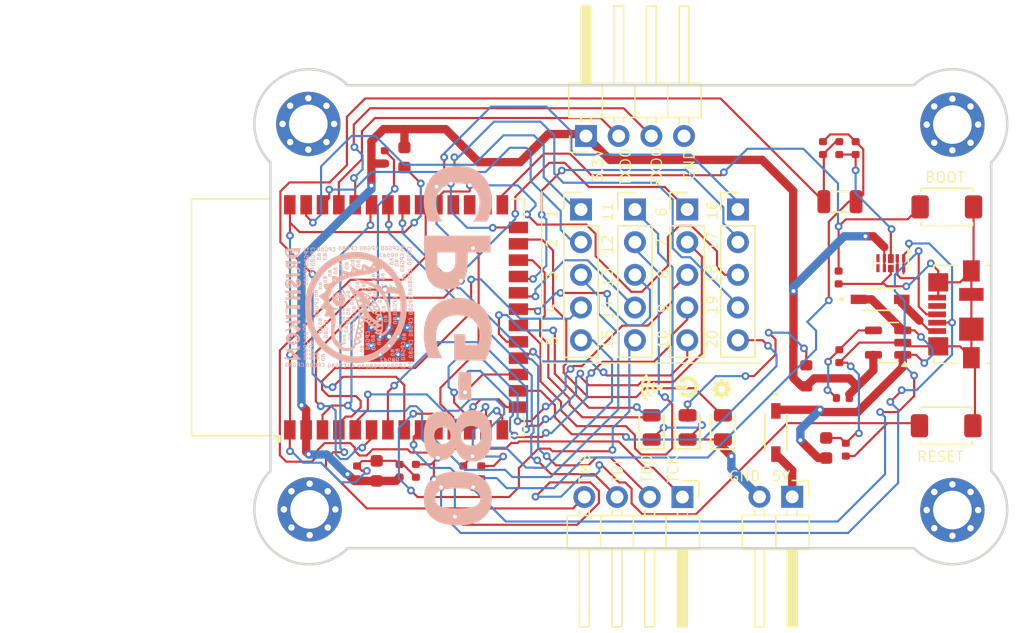
<source format=kicad_pcb>
(kicad_pcb (version 20240108) (generator "pcbnew") (generator_version "8.0")
  (title_block (title "Drishtikon") (date "v01") (comment 2 "creativecommons.org/licenses/by/4.0/") (comment 3 "Licence: CC by 4.0") (comment 4 "Author: "))
  (layers (0 "F.Cu" signal) (1 "In1.Cu" signal) (2 "In2.Cu" signal) (31 "B.Cu" signal) (34 "B.Paste" user) (35 "F.Paste" user) (36 "B.SilkS" user "B.Silkscreen") (37 "F.SilkS" user "F.Silkscreen") (38 "B.Mask" user) (39 "F.Mask" user) (44 "Edge.Cuts" user))
  (net 0 "")
  (net 1 "/IN_2")
  (net 2 "/IN_1")
  (net 3 "/IN_3")
  (net 4 "/VDD2_5V")
  (net 5 "/ENA2")
  (net 6 "/IN_4")
  (net 7 "/BOOT2")
  (net 8 "/IN_0")
  (net 9 "/IN_8")
  (net 10 "Net-(J11-D-)")
  (net 11 "Net-(J11-D+)")
  (net 12 "/TXD0")
  (net 13 "/RXD0")
  (net 14 "/TDO")
  (net 15 "/TCK")
  (net 16 "/TDI")
  (net 17 "/TMS")
  (net 19 "Net-(U6-FB)")
  (net 20 "/X1_2")
  (net 21 "/X2_2")
  (net 22 "/USB2_D-")
  (net 23 "/USB2_D+")
  (net 24 "/IN_9")
  (net 25 "/IN_7")
  (net 26 "/IN_5")
  (net 27 "/IN_6")
  (net 28 "/IN_11")
  (net 29 "/IN_10")
  (net 30 "/IN_14")
  (net 31 "/IN_12")
  (net 32 "/IN_13")
  (net 33 "/IN_19")
  (net 34 "/IN_16")
  (net 35 "/IN_15")
  (net 37 "/IN_17")
  (net 38 "/IN_18")
  (net 43 "GND1")
  (net 44 "/VDD2_3.3V")
  (net 45 "Net-(U5-IO47)")
  (net 46 "Net-(U5-IO48)")
  (net 47 "Net-(J11-VBUS)")
  (net 48 "Net-(J8-Pin_1)")
  (net 49 "Net-(D1-Pad2)")
  (footprint "PCM_JLCPCB:FC-135R_L3.2-W1.5" (layer "F.Cu") (at 239.5728 123.0884)
    (property "Reference" "X1" (hide yes))
    (property "Value" "Q13FC1350000400" (hide yes))
  )
  (footprint "PCM_JLCPCB:Hole, 3mm" (layer "F.Cu") (at 198.2724 117.0432 90)
    (property "Reference" "H25" (hide yes))
    (property "Value" "~" (hide yes))
  )
  (footprint "PCM_JLCPCB:Hole, 3mm" (layer "F.Cu") (at 198.374 147.0152 90)
    (property "Reference" "H24" (hide yes))
    (property "Value" "~" (hide yes))
  )
  (footprint "PCM_JLCPCB:SW_TS-1088-AR02016" (layer "F.Cu") (at 247.8786 123.4948 180)
    (property "Reference" "S4" (hide yes))
    (property "Value" "Tactile Button, 160gf" (hide yes))
  )
  (footprint "Connector_PinHeader_2.54mm:PinHeader_1x02_P2.54mm_Horizontal" (layer "F.Cu") (at 235.864 146.035 -90)
    (property "Reference" "J8" (hide yes))
    (property "Value" "Conn_01x02_Pin" (hide yes))
  )
  (footprint "PCM_JLCPCB:D_0805" (layer "F.Cu") (at 224.9424 140.64 90)
    (property "Reference" "D5" (hide yes))
    (property "Value" "Yellow" (hide yes))
  )
  (footprint "PCM_JLCPCB:C_0402" (layer "F.Cu") (at 205.359 144.018 90)
    (property "Reference" "C19" (hide yes))
    (property "Value" "100nF" (hide yes))
  )
  (footprint "PCM_JLCPCB:Hole, 3mm" (layer "F.Cu") (at 248.3104 147.066 90)
    (property "Reference" "H23" (hide yes))
    (property "Value" "~" (hide yes))
  )
  (footprint "Package_TO_SOT_SMD:SOT-23-5" (layer "F.Cu") (at 243.3121 134.046 180)
    (property "Reference" "U6" (hide yes))
    (property "Value" "TLV75801PDBV" (hide yes))
  )
  (footprint "PCM_JLCPCB:R_0603" (layer "F.Cu") (at 236.9566 136.6266 90)
    (property "Reference" "R11" (hide yes))
    (property "Value" "47Ω" (hide yes))
  )
  (footprint "1N5819HW_7_F:SOD3715X145N" (layer "F.Cu") (at 234.5944 141.036 -90)
    (property "Reference" "D10" (hide yes))
    (property "Value" "1N5819HW-7-F" (hide yes))
  )
  (footprint "PCM_JLCPCB:SW_TS-1088-AR02016" (layer "F.Cu") (at 247.8278 140.5128 180)
    (property "Reference" "S3" (hide yes))
    (property "Value" "Tactile Button, 160gf" (hide yes))
  )
  (footprint "PCM_JLCPCB:Hole, 3mm" (layer "F.Cu") (at 248.3104 117.094 90)
    (property "Reference" "H22" (hide yes))
    (property "Value" "~" (hide yes))
  )
  (footprint "Connector_PinHeader_2.54mm:PinHeader_1x05_P2.54mm_Vertical" (layer "F.Cu") (at 231.648 123.698)
    (property "Reference" "J16" (hide yes))
    (property "Value" "Conn_01x05_Socket" (hide yes))
  )
  (footprint "Package_DFN_QFN:Diodes_UDFN-10_1.0x2.5mm_P0.5mm" (layer "F.Cu") (at 243.5272 127.8701 -90)
    (property "Reference" "U7" (hide yes))
    (property "Value" "D3V3XA4B10LP" (hide yes))
  )
  (footprint "PCM_JLCPCB:C_0603" (layer "F.Cu") (at 205.74 119.652 -90)
    (property "Reference" "C17" (hide yes))
    (property "Value" "10uF" (hide yes))
  )
  (footprint "PCM_JLCPCB:R_0402" (layer "F.Cu") (at 239.8014 138.3538 180)
    (property "Reference" "R14" (hide yes))
    (property "Value" "1MΩ" (hide yes))
  )
  (footprint "Connector_PinHeader_2.54mm:PinHeader_1x05_P2.54mm_Vertical" (layer "F.Cu") (at 219.456 123.698)
    (property "Reference" "J13" (hide yes))
    (property "Value" "Conn_01x05_Socket" (hide yes))
  )
  (footprint "logo_kicad:pwr" (layer "F.Cu") (at 227.6602 137.4902 90)
    (property "Reference" "G***" (hide yes))
    (property "Value" "LOGO" (hide yes))
  )
  (footprint "1N5819HW_7_F:SOD3715X145N" (layer "F.Cu") (at 242.697 130.683)
    (property "Reference" "D9" (hide yes))
    (property "Value" "1N5819HW-7-F" (hide yes))
  )
  (footprint "PCM_JLCPCB:C_0603" (layer "F.Cu") (at 238.506 142.24 90)
    (property "Reference" "C21" (hide yes))
    (property "Value" "10uF" (hide yes))
  )
  (footprint "Connector_PinHeader_2.54mm:PinHeader_1x04_P2.54mm_Horizontal" (layer "F.Cu") (at 227.335 146.05 -90)
    (property "Reference" "J10" (hide yes))
    (property "Value" "Conn_01x04_Pin" (hide yes))
  )
  (footprint "PCM_JLCPCB:C_0402" (layer "F.Cu") (at 239.4712 128.9812 -90)
    (property "Reference" "C16" (hide yes))
    (property "Value" "100nF" (hide yes))
  )
  (footprint "PCM_JLCPCB:R_0402" (layer "F.Cu") (at 239.522 135.1026 -90)
    (property "Reference" "R15" (hide yes))
    (property "Value" "200kΩ" (hide yes))
  )
  (footprint "logo_kicad:wifi" (layer "F.Cu") (at 224.9424 137.541 90)
    (property "Reference" "G***" (hide yes))
    (property "Value" "LOGO" (hide yes))
  )
  (footprint "Connector_PinHeader_2.54mm:PinHeader_1x05_P2.54mm_Vertical" (layer "F.Cu") (at 227.711 123.698)
    (property "Reference" "J14" (hide yes))
    (property "Value" "Conn_01x05_Socket" (hide yes))
  )
  (footprint "RF_Module:ESP32-S3-WROOM-1" (layer "F.Cu") (at 202.095 132.08 90)
    (property "Reference" "U5" (hide yes))
    (property "Value" "ESP32-S3-WROOM-1" (hide yes))
  )
  (footprint "PCM_JLCPCB:D_0805" (layer "F.Cu") (at 227.7364 140.64 90)
    (property "Reference" "D1" (hide yes))
    (property "Value" "Green" (hide yes))
  )
  (footprint "PCM_JLCPCB:R_0402" (layer "F.Cu") (at 238.252 118.9228 90)
    (property "Reference" "R9" (hide yes))
    (property "Value" "75kΩ" (hide yes))
  )
  (footprint "PCM_JLCPCB:C_0402" (layer "F.Cu") (at 206.629 144.01 90)
    (property "Reference" "C20" (hide yes))
    (property "Value" "1pF" (hide yes))
  )
  (footprint "Connector_PinHeader_2.54mm:PinHeader_1x05_P2.54mm_Vertical" (layer "F.Cu") (at 223.647 123.698)
    (property "Reference" "J15" (hide yes))
    (property "Value" "Conn_01x05_Socket" (hide yes))
  )
  (footprint "PCM_JLCPCB:R_0402" (layer "F.Cu") (at 211.709 144.137 90)
    (property "Reference" "R19" (hide yes))
    (property "Value" "22Ω" (hide yes))
  )
  (footprint "Connector_PinHeader_2.54mm:PinHeader_1x04_P2.54mm_Horizontal" (layer "F.Cu") (at 219.842 117.983 90)
    (property "Reference" "J9" (hide yes))
    (property "Value" "Conn_01x04_Pin" (hide yes))
  )
  (footprint "PCM_JLCPCB:C_0402" (layer "F.Cu") (at 240.03 142.367 90)
    (property "Reference" "C13" (hide yes))
    (property "Value" "100nF" (hide yes))
  )
  (footprint "Connector_USB:USB_Micro-B_Molex_47346-0001" (layer "F.Cu") (at 248.5836 131.8482 90)
    (property "Reference" "J11" (hide yes))
    (property "Value" "USB_B_Micro" (hide yes))
  )
  (footprint "PCM_JLCPCB:D_0805" (layer "F.Cu") (at 230.4796 140.64 90)
    (property "Reference" "D2" (hide yes))
    (property "Value" "White" (hide yes))
  )
  (footprint "logo_kicad:tester" (layer "F.Cu") (at 230.378 137.668)
    (property "Reference" "G***" (hide yes))
    (property "Value" "LOGO" (hide yes))
  )
  (footprint "PCM_JLCPCB:C_0402" (layer "F.Cu") (at 240.792 118.9228 90)
    (property "Reference" "C24" (hide yes))
    (property "Value" "12pF" (hide yes))
  )
  (footprint "PCM_JLCPCB:R_0402" (layer "F.Cu") (at 210.312 144.137 90)
    (property "Reference" "R7" (hide yes))
    (property "Value" "22Ω" (hide yes))
  )
  (footprint "PCM_JLCPCB:R_0402" (layer "F.Cu") (at 204.216 119.626 90)
    (property "Reference" "R8" (hide yes))
    (property "Value" "10kΩ" (hide yes))
  )
  (footprint "PCM_JLCPCB:C_0402" (layer "F.Cu") (at 239.522 118.9228 90)
    (property "Reference" "C18" (hide yes))
    (property "Value" "12pF" (hide yes))
  )
  (footprint "PCM_JLCPCB:C_0402" (layer "F.Cu") (at 202.057 144.137 90)
    (property "Reference" "C25" (hide yes))
    (property "Value" "100nF" (hide yes))
  )
  (footprint "PCM_JLCPCB:C_0603" (layer "F.Cu") (at 203.581 144.018 90)
    (property "Reference" "C23" (hide yes))
    (property "Value" "22uF" (hide yes))
  )
  (footprint "LOGO" (layer "B.Cu") (at 201.4728 131.318 -90)
    (property "Reference" "G***" (hide yes))
    (property "Value" "LOGO" (hide yes))
  )
  (gr_line (start 216.408 135.636) (end 233.426 135.636) (stroke (width 0.1)) (layer "F.SilkS"))
  (gr_line (start 216.408 122.301) (end 216.408 135.636) (stroke (width 0.1)) (layer "F.SilkS"))
  (gr_arc (start 245.324 114.035) (mid 251.324 114.035) (end 251.324 120.035) (stroke (width 0.2)) (layer "Edge.Cuts"))
  (gr_arc (start 201.324 150.035) (mid 195.324 150.035) (end 195.324 144.035) (stroke (width 0.2)) (layer "Edge.Cuts"))
  (gr_line (start 201.324 150.035) (end 245.324 150.035) (stroke (width 0.2)) (layer "Edge.Cuts"))
  (gr_line (start 201.324 114.035) (end 245.324 114.035) (stroke (width 0.2)) (layer "Edge.Cuts"))
  (gr_line (start 195.324 144.035) (end 195.324 120.035) (stroke (width 0.2)) (layer "Edge.Cuts"))
  (gr_line (start 251.324 144.035) (end 251.324 120.035) (stroke (width 0.2)) (layer "Edge.Cuts"))
  (gr_arc (start 195.324 120.035) (mid 195.324 114.035) (end 201.324 114.035) (stroke (width 0.2)) (layer "Edge.Cuts"))
  (gr_arc (start 251.324 144.035) (mid 251.324 150.035) (end 245.324 150.035) (stroke (width 0.2)) (layer "Edge.Cuts"))
  (gr_text "	CPG-80" (at 213.2838 107.95 90) (layer "B.SilkS") (effects (font (size 5 5) (thickness 0.2) (bold yes)) (justify left bottom mirror)))
  (gr_text "RESET" (at 245.491 143.383 0) (layer "F.SilkS") (effects (font (size 0.8 0.8) (thickness 0.1)) (justify left bottom)))
  (gr_text "13" (at 221.996 129.794 90) (layer "F.SilkS") (effects (font (size 0.8 0.8) (thickness 0.1)) (justify left bottom)))
  (gr_text "18" (at 230.124 129.54 90) (layer "F.SilkS") (effects (font (size 0.8 0.8) (thickness 0.1)) (justify left bottom)))
  (gr_text "3" (at 217.678 129.286 90) (layer "F.SilkS") (effects (font (size 0.8 0.8) (thickness 0.1)) (justify left bottom)))
  (gr_text "GND" (at 230.886 144.907 0) (layer "F.SilkS") (effects (font (size 0.8 0.8) (thickness 0.1)) (justify left bottom)))
  (gr_text "5V" (at 234.188 144.907 0) (layer "F.SilkS") (effects (font (size 0.8 0.8) (thickness 0.1)) (justify left bottom)))
  (gr_text "17" (at 230.124 127 90) (layer "F.SilkS") (effects (font (size 0.8 0.8) (thickness 0.1)) (justify left bottom)))
  (gr_text "TDO" (at 225.044 145.034 90) (layer "F.SilkS") (effects (font (size 0.8 0.8) (thickness 0.1)) (justify left bottom)))
  (gr_text "5" (at 217.678 134.366 90) (layer "F.SilkS") (effects (font (size 0.8 0.8) (thickness 0.1)) (justify left bottom)))
  (gr_text "16" (at 230.124 124.587 90) (layer "F.SilkS") (effects (font (size 0.8 0.8) (thickness 0.1)) (justify left bottom)))
  (gr_text "15" (at 221.996 134.62 90) (layer "F.SilkS") (effects (font (size 0.8 0.8) (thickness 0.1)) (justify left bottom)))
  (gr_text "14" (at 221.996 132.334 90) (layer "F.SilkS") (effects (font (size 0.8 0.8) (thickness 0.1)) (justify left bottom)))
  (gr_text "RXD0" (at 225.806 122.047 90) (layer "F.SilkS") (effects (font (size 0.8 0.8) (thickness 0.1)) (justify left bottom)))
  (gr_text "TDI" (at 222.758 145.034 90) (layer "F.SilkS") (effects (font (size 0.8 0.8) (thickness 0.1)) (justify left bottom)))
  (gr_text "BOOT" (at 246.126 121.666 0) (layer "F.SilkS") (effects (font (size 0.8 0.8) (thickness 0.1)) (justify left bottom)))
  (gr_text "6" (at 226.187 124.333 90) (layer "F.SilkS") (effects (font (size 0.8 0.8) (thickness 0.1)) (justify left bottom)))
  (gr_text "4" (at 217.678 131.826 90) (layer "F.SilkS") (effects (font (size 0.8 0.8) (thickness 0.1)) (justify left bottom)))
  (gr_text "7" (at 226.187 126.746 90) (layer "F.SilkS") (effects (font (size 0.8 0.8) (thickness 0.1)) (justify left bottom)))
  (gr_text "11" (at 221.996 124.714 90) (layer "F.SilkS") (effects (font (size 0.8 0.8) (thickness 0.1)) (justify left bottom)))
  (gr_text "3.3V" (at 221.234 121.666 90) (layer "F.SilkS") (effects (font (size 0.8 0.8) (thickness 0.1)) (justify left bottom)))
  (gr_text "TCK" (at 227.076 145.034 90) (layer "F.SilkS") (effects (font (size 0.8 0.8) (thickness 0.1)) (justify left bottom)))
  (gr_text "GND" (at 228.346 121.539 90) (layer "F.SilkS") (effects (font (size 0.8 0.8) (thickness 0.1)) (justify left bottom)))
  (gr_text "1" (at 217.678 124.46 90) (layer "F.SilkS") (effects (font (size 0.8 0.8) (thickness 0.1)) (justify left bottom)))
  (gr_text "19" (at 230.124 131.953 90) (layer "F.SilkS") (effects (font (size 0.8 0.8) (thickness 0.1)) (justify left bottom)))
  (gr_text "12" (at 221.996 127.254 90) (layer "F.SilkS") (effects (font (size 0.8 0.8) (thickness 0.1)) (justify left bottom)))
  (gr_text "2" (at 217.678 126.746 90) (layer "F.SilkS") (effects (font (size 0.8 0.8) (thickness 0.1)) (justify left bottom)))
  (gr_text "TXD0" (at 223.393 121.92 90) (layer "F.SilkS") (effects (font (size 0.8 0.8) (thickness 0.1)) (justify left bottom)))
  (gr_text "9" (at 226.314 131.826 90) (layer "F.SilkS") (effects (font (size 0.8 0.8) (thickness 0.1)) (justify left bottom)))
  (gr_text "8" (at 226.314 129.159 90) (layer "F.SilkS") (effects (font (size 0.8 0.8) (thickness 0.1)) (justify left bottom)))
  (gr_text "10" (at 226.314 134.62 90) (layer "F.SilkS") (effects (font (size 0.8 0.8) (thickness 0.1)) (justify left bottom)))
  (gr_text "20" (at 230.124 134.62 90) (layer "F.SilkS") (effects (font (size 0.8 0.8) (thickness 0.1)) (justify left bottom)))
  (gr_text "TMS" (at 220.218 145.034 90) (layer "F.SilkS") (effects (font (size 0.8 0.8) (thickness 0.1)) (justify left bottom)))
  (segment (start 213.070875 138.456692) (end 213.679183 139.065) (width 0.165817) (layer "F.Cu") (net 1))
  (segment (start 213.679183 139.065) (end 214.595 139.065) (width 0.165817) (layer "F.Cu") (net 1))
  (segment (start 211.074 139.0396) (end 211.656908 138.456692) (width 0.165817) (layer "F.Cu") (net 1))
  (segment (start 211.656908 138.456692) (end 213.070875 138.456692) (width 0.165817) (layer "F.Cu") (net 1))
  (via (at 211.074 139.0396) (size 0.6) (drill 0.3) (layers "F.Cu" "B.Cu") (net 1))
  (segment (start 213.5632 143.9418) (end 210.439 143.9418) (width 0.165817) (layer "B.Cu") (net 1))
  (segment (start 220.8022 131.7752) (end 222.3516 133.3246) (width 0.165817) (layer "B.Cu") (net 1))
  (segment (start 210.058 140.0556) (end 211.074 139.0396) (width 0.165817) (layer "B.Cu") (net 1))
  (segment (start 208.3308 140.0556) (end 210.058 140.0556) (width 0.165817) (layer "B.Cu") (net 1))
  (segment (start 210.439 143.9418) (end 207.8482 141.351) (width 0.165817) (layer "B.Cu") (net 1))
  (segment (start 220.8022 130.4036) (end 220.8022 131.7752) (width 0.165817) (layer "B.Cu") (net 1))
  (segment (start 222.3516 139.2428) (end 217.0938 144.5006) (width 0.165817) (layer "B.Cu") (net 1))
  (segment (start 219.456 129.0574) (end 220.8022 130.4036) (width 0.165817) (layer "B.Cu") (net 1))
  (segment (start 207.8482 141.351) (end 207.8482 140.5382) (width 0.165817) (layer "B.Cu") (net 1))
  (segment (start 217.0938 144.5006) (end 214.122 144.5006) (width 0.165817) (layer "B.Cu") (net 1))
  (segment (start 214.122 144.5006) (end 213.5632 143.9418) (width 0.165817) (layer "B.Cu") (net 1))
  (segment (start 207.8482 140.5382) (end 208.3308 140.0556) (width 0.165817) (layer "B.Cu") (net 1))
  (segment (start 222.3516 133.3246) (end 222.3516 139.2428) (width 0.165817) (layer "B.Cu") (net 1))
  (segment (start 219.456 128.778) (end 219.456 129.0574) (width 0.165817) (layer "B.Cu") (net 1))
  (segment (start 199.898 122.1486) (end 199.898 122.807) (width 0.165817) (layer "F.Cu") (net 2))
  (segment (start 199.898 122.807) (end 199.375 123.33) (width 0.165817) (layer "F.Cu") (net 2))
  (via (at 199.898 122.1486) (size 0.6) (drill 0.3) (layers "F.Cu" "B.Cu") (net 2))
  (segment (start 213.9188 118.8974) (end 215.2142 118.8974) (width 0.165817) (layer "B.Cu") (net 2))
  (segment (start 217.8812 125.2728) (end 218.8464 126.238) (width 0.165817) (layer "B.Cu") (net 2))
  (segment (start 199.898 122.1486) (end 201.8284 122.1486) (width 0.165817) (layer "B.Cu") (net 2))
  (segment (start 217.8812 123.825) (end 217.8812 125.2728) (width 0.165817) (layer "B.Cu") (net 2))
  (segment (start 215.2142 118.8974) (end 215.5444 119.2276) (width 0.165817) (layer "B.Cu") (net 2))
  (segment (start 215.5444 121.4882) (end 217.8812 123.825) (width 0.165817) (layer "B.Cu") (net 2))
  (segment (start 218.8464 126.238) (end 219.456 126.238) (width 0.165817) (layer "B.Cu") (net 2))
  (segment (start 215.5444 119.2276) (end 215.5444 121.4882) (width 0.165817) (layer "B.Cu") (net 2))
  (segment (start 212.0392 120.777) (end 213.9188 118.8974) (width 0.165817) (layer "B.Cu") (net 2))
  (segment (start 201.8284 122.1486) (end 203.2 120.777) (width 0.165817) (layer "B.Cu") (net 2))
  (segment (start 203.2 120.777) (end 212.0392 120.777) (width 0.165817) (layer "B.Cu") (net 2))
  (segment (start 200.645 140.334182) (end 200.645 140.83) (width 0.165817) (layer "F.Cu") (net 3))
  (segment (start 199.8472 138.2014) (end 201.966957 138.2014) (width 0.165817) (layer "F.Cu") (net 3))
  (segment (start 199.3392 137.033) (end 199.3392 137.6934) (width 0.165817) (layer "F.Cu") (net 3))
  (segment (start 210.9216 129.1336) (end 210.9216 131.679218) (width 0.165817) (layer "F.Cu") (net 3))
  (segment (start 201.629709 139.797091) (end 201.182091 139.797091) (width 0.165817) (layer "F.Cu") (net 3))
  (segment (start 202.3364 138.570843) (end 202.3364 139.0904) (width 0.165817) (layer "F.Cu") (net 3))
  (segment (start 199.3392 137.6934) (end 199.8472 138.2014) (width 0.165817) (layer "F.Cu") (net 3))
  (segment (start 202.3364 139.0904) (end 201.629709 139.797091) (width 0.165817) (layer "F.Cu") (net 3))
  (segment (start 201.966957 138.2014) (end 202.3364 138.570843) (width 0.165817) (layer "F.Cu") (net 3))
  (segment (start 210.9216 131.679218) (end 206.583818 136.017) (width 0.165817) (layer "F.Cu") (net 3))
  (segment (start 200.3552 136.017) (end 199.3392 137.033) (width 0.165817) (layer "F.Cu") (net 3))
  (segment (start 206.583818 136.017) (end 200.3552 136.017) (width 0.165817) (layer "F.Cu") (net 3))
  (segment (start 201.182091 139.797091) (end 200.645 140.334182) (width 0.165817) (layer "F.Cu") (net 3))
  (via (at 210.9216 129.1336) (size 0.6) (drill 0.3) (layers "F.Cu" "B.Cu") (net 3))
  (segment (start 214.7316 132.1816) (end 211.6836 129.1336) (width 0.165817) (layer "B.Cu") (net 3))
  (segment (start 218.5924 132.1816) (end 214.7316 132.1816) (width 0.165817) (layer "B.Cu") (net 3))
  (segment (start 219.456 131.318) (end 218.5924 132.1816) (width 0.165817) (layer "B.Cu") (net 3))
  (segment (start 211.6836 129.1336) (end 210.9216 129.1336) (width 0.165817) (layer "B.Cu") (net 3))
  (segment (start 238.2012 139.446) (end 240.954276 139.446) (width 0.649988) (layer "F.Cu") (net 4))
  (segment (start 240.954276 139.446) (end 244.4496 135.950676) (width 0.649988) (layer "F.Cu") (net 4))
  (segment (start 246.126 135.636) (end 245.486 134.996) (width 0.165817) (layer "F.Cu") (net 4))
  (segment (start 245.486 134.996) (end 244.4496 134.996) (width 0.165817) (layer "F.Cu") (net 4))
  (segment (start 238.0234 139.2682) (end 234.6822 139.2682) (width 0.649988) (layer "F.Cu") (net 4))
  (segment (start 238.506 143.02) (end 237.889 143.02) (width 0.649988) (layer "F.Cu") (net 4))
  (segment (start 245.872 133.604) (end 245.364 133.096) (width 0.165817) (layer "F.Cu") (net 4))
  (segment (start 234.6822 139.2682) (end 234.5944 139.356) (width 0.649988) (layer "F.Cu") (net 4))
  (segment (start 241.017 130.683) (end 242.0366 130.683) (width 0.649988) (layer "F.Cu") (net 4))
  (segment (start 237.889 143.02) (end 236.4994 141.6304) (width 0.649988) (layer "F.Cu") (net 4))
  (segment (start 244.5018 133.1482) (end 244.4496 133.096) (width 0.165817) (layer "F.Cu") (net 4))
  (segment (start 242.0366 130.683) (end 244.4496 133.096) (width 0.649988) (layer "F.Cu") (net 4))
  (segment (start 238.0234 139.2682) (end 238.2012 139.446) (width 0.649988) (layer "F.Cu") (net 4))
  (segment (start 244.4496 135.950676) (end 244.4496 134.996) (width 0.649988) (layer "F.Cu") (net 4))
  (segment (start 245.364 133.096) (end 244.4496 133.096) (width 0.165817) (layer "F.Cu") (net 4))
  (via (at 236.4994 141.6304) (size 0.6) (drill 0.3) (layers "F.Cu" "B.Cu") (net 4))
  (via (at 246.126 135.636) (size 0.6) (drill 0.3) (layers "F.Cu" "B.Cu") (net 4))
  (via (at 238.0234 139.2682) (size 0.6) (drill 0.3) (layers "F.Cu" "B.Cu") (net 4))
  (via (at 245.872 133.604) (size 0.6) (drill 0.3) (layers "F.Cu" "B.Cu") (net 4))
  (segment (start 246.761 135.001) (end 246.761 134.493) (width 0.165817) (layer "B.Cu") (net 4))
  (segment (start 238.0234 139.2682) (end 236.4994 140.7922) (width 0.649988) (layer "B.Cu") (net 4))
  (segment (start 236.4994 140.7922) (end 236.4994 141.6304) (width 0.649988) (layer "B.Cu") (net 4))
  (segment (start 246.761 134.493) (end 245.872 133.604) (width 0.165817) (layer "B.Cu") (net 4))
  (segment (start 246.126 135.636) (end 246.761 135.001) (width 0.165817) (layer "B.Cu") (net 4))
  (segment (start 240.6984 142.867) (end 243.2558 140.3096) (width 0.165817) (layer "F.Cu") (net 5))
  (segment (start 204.9272 122.02523) (end 204.9272 119.8372) (width 0.165817) (layer "F.Cu") (net 5))
  (segment (start 243.2558 140.3096) (end 235.464982 140.3096) (width 0.165817) (layer "F.Cu") (net 5))
  (segment (start 220.847909 145.580733) (end 220.184267 144.917091) (width 0.165817) (layer "F.Cu") (net 5))
  (segment (start 208.026 144.6784) (end 208.026 143.3068) (width 0.165817) (layer "F.Cu") (net 5))
  (segment (start 209.657379 147.568221) (end 210.298158 148.209) (width 0.165817) (layer "F.Cu") (net 5))
  (segment (start 217.034201 144.917091) (end 215.9254 146.025892) (width 0.165817) (layer "F.Cu") (net 5))
  (segment (start 204.9272 119.8372) (end 204.216 119.126) (width 0.165817) (layer "F.Cu") (net 5))
  (segment (start 223.387909 145.409909) (end 222.895091 144.917091) (width 0.165817) (layer "F.Cu") (net 5))
  (segment (start 220.847909 146.519267) (end 220.847909 145.580733) (width 0.165817) (layer "F.Cu") (net 5))
  (segment (start 200.1012 138.938) (end 199.820508 139.218692) (width 0.165817) (layer "F.Cu") (net 5))
  (segment (start 204.98909 122.08712) (end 204.9272 122.02523) (width 0.165817) (layer "F.Cu") (net 5))
  (segment (start 228.378382 147.3962) (end 224.2312 147.3962) (width 0.165817) (layer "F.Cu") (net 5))
  (segment (start 201.344508 138.938) (end 200.1012 138.938) (width 0.165817) (layer "F.Cu") (net 5))
  (segment (start 235.464982 140.3096) (end 228.378382 147.3962) (width 0.165817) (layer "F.Cu") (net 5))
  (segment (start 210.298158 148.209) (end 219.158176 148.209) (width 0.165817) (layer "F.Cu") (net 5))
  (segment (start 221.0562 143.5608) (end 220.8784 143.5608) (width 0.165817) (layer "F.Cu") (net 5))
  (segment (start 240.03 142.867) (end 240.6984 142.867) (width 0.165817) (layer "F.Cu") (net 5))
  (segment (start 199.479049 139.571708) (end 199.467492 139.571708) (width 0.165817) (layer "F.Cu") (net 5))
  (segment (start 207.8228 143.51) (end 208.3308 143.002) (width 0.165817) (layer "F.Cu") (net 5))
  (segment (start 199.820508 139.230249) (end 199.479049 139.571708) (width 0.165817) (layer "F.Cu") (net 5))
  (segment (start 243.2558 140.3096) (end 245.5496 140.3096) (width 0.165817) (layer "F.Cu") (net 5))
  (segment (start 220.184267 144.917091) (end 217.034201 144.917091) (width 0.165817) (layer "F.Cu") (net 5))
  (segment (start 222.895091 144.917091) (end 222.412491 144.917091) (width 0.165817) (layer "F.Cu") (net 5))
  (segment (start 245.5496 140.3096) (end 245.7528 140.5128) (width 0.165817) (layer "F.Cu") (net 5))
  (segment (start 199.467492 139.571708) (end 199.375 139.6642) (width 0.165817) (layer "F.Cu") (net 5))
  (segment (start 199.375 139.6642) (end 199.375 140.83) (width 0.165817) (layer "F.Cu") (net 5))
  (segment (start 223.387909 146.552909) (end 223.387909 145.409909) (width 0.165817) (layer "F.Cu") (net 5))
  (segment (start 222.412491 144.917091) (end 221.0562 143.5608) (width 0.165817) (layer "F.Cu") (net 5))
  (segment (start 206.629 143.51) (end 207.8228 143.51) (width 0.165817) (layer "F.Cu") (net 5))
  (segment (start 219.158176 148.209) (end 220.847909 146.519267) (width 0.165817) (layer "F.Cu") (net 5))
  (segment (start 199.820508 139.218692) (end 199.820508 139.230249) (width 0.165817) (layer "F.Cu") (net 5))
  (segment (start 224.2312 147.3962) (end 223.387909 146.552909) (width 0.165817) (layer "F.Cu") (net 5))
  (segment (start 208.026 143.3068) (end 208.3308 143.002) (width 0.165817) (layer "F.Cu") (net 5))
  (via (at 209.657379 147.568221) (size 0.6) (drill 0.3) (layers "F.Cu" "B.Cu") (net 5))
  (via (at 208.3308 143.002) (size 0.6) (drill 0.3) (layers "F.Cu" "B.Cu") (net 5))
  (via (at 220.8784 143.5608) (size 0.6) (drill 0.3) (layers "F.Cu" "B.Cu") (net 5))
  (via (at 204.98909 122.08712) (size 0.6) (drill 0.3) (layers "F.Cu" "B.Cu") (net 5))
  (via (at 201.344508 138.938) (size 0.6) (drill 0.3) (layers "F.Cu" "B.Cu") (net 5))
  (via (at 215.9254 146.025892) (size 0.6) (drill 0.3) (layers "F.Cu" "B.Cu") (net 5))
  (via (at 208.026 144.6784) (size 0.6) (drill 0.3) (layers "F.Cu" "B.Cu") (net 5))
  (segment (start 215.9254 146.025892) (end 217.905308 146.025892) (width 0.165817) (layer "B.Cu") (net 5))
  (segment (start 208.3308 142.7734) (end 208.3308 143.002) (width 0.165817) (layer "B.Cu") (net 5))
  (segment (start 201.6252 132.534616) (end 203.681308 130.478508) (width 0.165817) (layer "B.Cu") (net 5))
  (segment (start 201.344508 138.938) (end 201.776308 139.3698) (width 0.165817) (layer "B.Cu") (net 5))
  (segment (start 203.681308 123.394902) (end 204.98909 122.08712) (width 0.165817) (layer "B.Cu") (net 5))
  (segment (start 207.1116 141.5542) (end 208.3308 142.7734) (width 0.165817) (layer "B.Cu") (net 5))
  (segment (start 209.657379 145.253196) (end 209.082583 144.6784) (width 0.165817) (layer "B.Cu") (net 5))
  (segment (start 201.6252 138.657308) (end 201.6252 132.534616) (width 0.165817) (layer "B.Cu") (net 5))
  (segment (start 209.082583 144.6784) (end 208.026 144.6784) (width 0.165817) (layer "B.Cu") (net 5))
  (segment (start 220.537983 144.383817) (end 220.8784 144.0434) (width 0.165817) (layer "B.Cu") (net 5))
  (segment (start 206.184351 138.990092) (end 206.667249 138.990092) (width 0.165817) (layer "B.Cu") (net 5))
  (segment (start 219.547383 144.383817) (end 220.537983 144.383817) (width 0.165817) (layer "B.Cu") (net 5))
  (segment (start 206.667249 138.990092) (end 207.1116 139.434443) (width 0.165817) (layer "B.Cu") (net 5))
  (segment (start 220.8784 144.0434) (end 220.8784 143.5608) (width 0.165817) (layer "B.Cu") (net 5))
  (segment (start 205.804643 139.3698) (end 206.184351 138.990092) (width 0.165817) (layer "B.Cu") (net 5))
  (segment (start 217.905308 146.025892) (end 219.547383 144.383817) (width 0.165817) (layer "B.Cu") (net 5))
  (segment (start 207.1116 139.434443) (end 207.1116 141.5542) (width 0.165817) (layer "B.Cu") (net 5))
  (segment (start 203.681308 130.478508) (end 203.681308 123.394902) (width 0.165817) (layer "B.Cu") (net 5))
  (segment (start 209.657379 147.568221) (end 209.657379 145.253196) (width 0.165817) (layer "B.Cu") (net 5))
  (segment (start 201.344508 138.938) (end 201.6252 138.657308) (width 0.165817) (layer "B.Cu") (net 5))
  (segment (start 201.776308 139.3698) (end 205.804643 139.3698) (width 0.165817) (layer "B.Cu") (net 5))
  (segment (start 202.8952 139.2682) (end 201.915 140.2484) (width 0.165817) (layer "F.Cu") (net 6))
  (segment (start 201.915 140.2484) (end 201.915 140.83) (width 0.165817) (layer "F.Cu") (net 6))
  (segment (start 202.8952 138.0744) (end 202.8952 139.2682) (width 0.165817) (layer "F.Cu") (net 6))
  (via (at 202.8952 138.0744) (size 0.6) (drill 0.3) (layers "F.Cu" "B.Cu") (net 6))
  (segment (start 220.3704 133.858) (end 221.869 135.3566) (width 0.165817) (layer "B.Cu") (net 6))
  (segment (start 211.720557 141.351) (end 213.485708 139.585849) (width 0.165817) (layer "B.Cu") (net 6))
  (segment (start 208.746544 139.3444) (end 207.476544 138.0744) (width 0.165817) (layer "B.Cu") (net 6))
  (segment (start 211.720557 141.921357) (end 211.720557 141.351) (width 0.165817) (layer "B.Cu") (net 6))
  (segment (start 221.869 135.3566) (end 221.869 138.619357) (width 0.165817) (layer "B.Cu") (net 6))
  (segment (start 213.485708 139.585849) (end 213.485708 139.102951) (width 0.165817) (layer "B.Cu") (net 6))
  (segment (start 210.832551 138.456692) (end 209.944843 139.3444) (width 0.165817) (layer "B.Cu") (net 6))
  (segment (start 207.476544 138.0744) (end 202.8952 138.0744) (width 0.165817) (layer "B.Cu") (net 6))
  (segment (start 212.0138 142.2146) (end 211.720557 141.921357) (width 0.165817) (layer "B.Cu") (net 6))
  (segment (start 215.803229 143.764) (end 215.1888 143.764) (width 0.165817) (layer "B.Cu") (net 6))
  (segment (start 221.869 138.619357) (end 216.708443 143.779914) (width 0.165817) (layer "B.Cu") (net 6))
  (segment (start 213.6394 142.2146) (end 212.0138 142.2146) (width 0.165817) (layer "B.Cu") (net 6))
  (segment (start 209.944843 139.3444) (end 208.746544 139.3444) (width 0.165817) (layer "B.Cu") (net 6))
  (segment (start 212.839449 138.456692) (end 210.832551 138.456692) (width 0.165817) (layer "B.Cu") (net 6))
  (segment (start 216.708443 143.779914) (end 215.819143 143.779914) (width 0.165817) (layer "B.Cu") (net 6))
  (segment (start 213.485708 139.102951) (end 212.839449 138.456692) (width 0.165817) (layer "B.Cu") (net 6))
  (segment (start 215.1888 143.764) (end 213.6394 142.2146) (width 0.165817) (layer "B.Cu") (net 6))
  (segment (start 215.819143 143.779914) (end 215.803229 143.764) (width 0.165817) (layer "B.Cu") (net 6))
  (segment (start 219.456 133.858) (end 220.3704 133.858) (width 0.165817) (layer "B.Cu") (net 6))
  (segment (start 230.3272 121.031) (end 220.2688 121.031) (width 0.165817) (layer "F.Cu") (net 7))
  (segment (start 240.03 124.46) (end 244.8384 124.46) (width 0.165817) (layer "F.Cu") (net 7))
  (segment (start 244.8384 124.46) (end 245.8036 123.4948) (width 0.165817) (layer "F.Cu") (net 7))
  (segment (start 216.5858 119.3546) (end 213.345 122.5954) (width 0.165817) (layer "F.Cu") (net 7))
  (segment (start 230.5558 120.8024) (end 230.3272 121.031) (width 0.165817) (layer "F.Cu") (net 7))
  (segment (start 220.2688 121.031) (end 218.5924 119.3546) (width 0.165817) (layer "F.Cu") (net 7))
  (segment (start 213.345 122.5954) (end 213.345 123.33) (width 0.165817) (layer "F.Cu") (net 7))
  (segment (start 218.5924 119.3546) (end 216.5858 119.3546) (width 0.165817) (layer "F.Cu") (net 7))
  (segment (start 239.4712 125.0188) (end 240.03 124.46) (width 0.165817) (layer "F.Cu") (net 7))
  (segment (start 239.4712 125.0188) (end 239.4712 128.4812) (width 0.165817) (layer "F.Cu") (net 7))
  (via (at 230.5558 120.8024) (size 0.6) (drill 0.3) (layers "F.Cu" "B.Cu") (net 7))
  (via (at 239.4712 125.0188) (size 0.6) (drill 0.3) (layers "F.Cu" "B.Cu") (net 7))
  (segment (start 239.4712 125.0188) (end 239.4204 124.968) (width 0.165817) (layer "B.Cu") (net 7))
  (segment (start 239.4204 124.968) (end 239.4204 121.666) (width 0.165817) (layer "B.Cu") (net 7))
  (segment (start 232.3846 118.9736) (end 230.5558 120.8024) (width 0.165817) (layer "B.Cu") (net 7))
  (segment (start 239.4204 121.666) (end 236.728 118.9736) (width 0.165817) (layer "B.Cu") (net 7))
  (segment (start 236.728 118.9736) (end 232.3846 118.9736) (width 0.165817) (layer "B.Cu") (net 7))
  (segment (start 198.628 124.714) (end 198.105 124.191) (width 0.165817) (layer "F.Cu") (net 8))
  (segment (start 198.105 124.191) (end 198.105 123.33) (width 0.165817) (layer "F.Cu") (net 8))
  (via (at 198.628 124.714) (size 0.6) (drill 0.3) (layers "F.Cu" "B.Cu") (net 8))
  (segment (start 211.1502 120.2182) (end 213.4362 117.9322) (width 0.165817) (layer "B.Cu") (net 8))
  (segment (start 216.5604 118.6942) (end 216.5604 121.1834) (width 0.165817) (layer "B.Cu") (net 8))
  (segment (start 201.6252 117.983) (end 203.490957 117.983) (width 0.165817) (layer "B.Cu") (net 8))
  (segment (start 203.490957 117.983) (end 205.726157 120.2182) (width 0.165817) (layer "B.Cu") (net 8))
  (segment (start 199.263 124.079) (end 199.263 120.3452) (width 0.165817) (layer "B.Cu") (net 8))
  (segment (start 216.5604 121.1834) (end 219.075 123.698) (width 0.165817) (layer "B.Cu") (net 8))
  (segment (start 215.7984 117.9322) (end 216.5604 118.6942) (width 0.165817) (layer "B.Cu") (net 8))
  (segment (start 219.075 123.698) (end 219.456 123.698) (width 0.165817) (layer "B.Cu") (net 8))
  (segment (start 213.4362 117.9322) (end 215.7984 117.9322) (width 0.165817) (layer "B.Cu") (net 8))
  (segment (start 198.628 124.714) (end 199.263 124.079) (width 0.165817) (layer "B.Cu") (net 8))
  (segment (start 199.263 120.3452) (end 201.6252 117.983) (width 0.165817) (layer "B.Cu") (net 8))
  (segment (start 205.726157 120.2182) (end 211.1502 120.2182) (width 0.165817) (layer "B.Cu") (net 8))
  (segment (start 226.441 134.2136) (end 226.441 133.525824) (width 0.165817) (layer "F.Cu") (net 9))
  (segment (start 216.423853 141.3764) (end 214.404235 141.3764) (width 0.165817) (layer "F.Cu") (net 9))
  (segment (start 220.264313 136.405071) (end 221.134984 135.5344) (width 0.165817) (layer "F.Cu") (net 9))
  (segment (start 210.444779 137.902379) (end 211.822158 136.525) (width 0.165817) (layer "F.Cu") (net 9))
  (segment (start 221.134984 135.5344) (end 225.1202 135.5344) (width 0.165817) (layer "F.Cu") (net 9))
  (segment (start 211.822158 136.525) (end 214.595 136.525) (width 0.165817) (layer "F.Cu") (net 9))
  (segment (start 225.1202 135.5344) (end 226.441 134.2136) (width 0.165817) (layer "F.Cu") (net 9))
  (segment (start 227.711 132.255824) (end 227.711 131.318) (width 0.165817) (layer "F.Cu") (net 9))
  (segment (start 214.404235 141.3764) (end 214.295002 141.267167) (width 0.165817) (layer "F.Cu") (net 9))
  (segment (start 226.441 133.525824) (end 227.711 132.255824) (width 0.165817) (layer "F.Cu") (net 9))
  (segment (start 216.735369 141.064884) (end 216.423853 141.3764) (width 0.165817) (layer "F.Cu") (net 9))
  (via (at 216.735369 141.064884) (size 0.6) (drill 0.3) (layers "F.Cu" "B.Cu") (net 9))
  (via (at 214.295002 141.267167) (size 0.6) (drill 0.3) (layers "F.Cu" "B.Cu") (net 9))
  (via (at 210.444779 137.902379) (size 0.6) (drill 0.3) (layers "F.Cu" "B.Cu") (net 9))
  (via (at 220.264313 136.405071) (size 0.6) (drill 0.3) (layers "F.Cu" "B.Cu") (net 9))
  (segment (start 220.264313 136.414044) (end 220.264313 136.405071) (width 0.165817) (layer "B.Cu") (net 9))
  (segment (start 214.162583 139.69866) (end 214.162583 138.775383) (width 0.165817) (layer "B.Cu") (net 9))
  (segment (start 210.0072 136.9568) (end 210.0072 137.4648) (width 0.165817) (layer "B.Cu") (net 9))
  (segment (start 217.176716 141.064884) (end 219.9132 138.3284) (width 0.165817) (layer "B.Cu") (net 9))
  (segment (start 219.9132 138.3284) (end 219.9132 136.765157) (width 0.165817) (layer "B.Cu") (net 9))
  (segment (start 214.295002 141.267167) (end 213.945492 140.917657) (width 0.165817) (layer "B.Cu") (net 9))
  (segment (start 210.0072 137.4648) (end 210.444779 137.902379) (width 0.165817) (layer "B.Cu") (net 9))
  (segment (start 219.9132 136.765157) (end 220.264313 136.414044) (width 0.165817) (layer "B.Cu") (net 9))
  (segment (start 213.945492 140.917657) (end 213.945492 139.915751) (width 0.165817) (layer "B.Cu") (net 9))
  (segment (start 211.6328 136.2456) (end 210.7184 136.2456) (width 0.165817) (layer "B.Cu") (net 9))
  (segment (start 213.945492 139.915751) (end 214.162583 139.69866) (width 0.165817) (layer "B.Cu") (net 9))
  (segment (start 216.735369 141.064884) (end 217.176716 141.064884) (width 0.165817) (layer "B.Cu") (net 9))
  (segment (start 210.7184 136.2456) (end 210.0072 136.9568) (width 0.165817) (layer "B.Cu") (net 9))
  (segment (start 214.162583 138.775383) (end 211.6328 136.2456) (width 0.165817) (layer "B.Cu") (net 9))
  (segment (start 244.3734 137.7442) (end 244.3734 137.7696) (width 0.165817) (layer "F.Cu") (net 10))
  (segment (start 244.3734 137.7696) (end 243.4844 138.6586) (width 0.165817) (layer "F.Cu") (net 10))
  (segment (start 209.2358 144.637) (end 208.5848 145.288) (width 0.165817) (layer "F.Cu") (net 10))
  (segment (start 244.5098 127.2446) (end 244.5098 128.651) (width 0.165817) (layer "F.Cu") (net 10))
  (segment (start 247.1354 132.4864) (end 247.1236 132.4982) (width 0.165817) (layer "F.Cu") (net 10))
  (segment (start 248.285 132.4864) (end 247.1354 132.4864) (width 0.165817) (layer "F.Cu") (net 10))
  (segment (start 244.9322 126.8222) (end 244.5098 127.2446) (width 0.165817) (layer "F.Cu") (net 10))
  (segment (start 210.312 144.637) (end 209.2358 144.637) (width 0.165817) (layer "F.Cu") (net 10))
  (segment (start 244.9322 126.3396) (end 244.9322 126.8222) (width 0.165817) (layer "F.Cu") (net 10))
  (via (at 243.4844 138.6586) (size 0.6) (drill 0.3) (layers "F.Cu" "B.Cu") (net 10))
  (via (at 208.5848 145.288) (size 0.6) (drill 0.3) (layers "F.Cu" "B.Cu") (net 10))
  (via (at 244.9322 126.3396) (size 0.6) (drill 0.3) (layers "F.Cu" "B.Cu") (net 10))
  (via (at 244.3734 137.7442) (size 0.6) (drill 0.3) (layers "F.Cu" "B.Cu") (net 10))
  (via (at 248.285 132.4864) (size 0.6) (drill 0.3) (layers "F.Cu" "B.Cu") (net 10))
  (segment (start 243.4844 138.6586) (end 244.094 139.2682) (width 0.165817) (layer "B.Cu") (net 10))
  (segment (start 248.285 134.985865) (end 248.285 132.4864) (width 0.165817) (layer "B.Cu") (net 10))
  (segment (start 245.526665 137.7442) (end 248.285 134.985865) (width 0.165817) (layer "B.Cu") (net 10))
  (segment (start 208.5848 147.32) (end 208.5848 145.288) (width 0.165817) (layer "B.Cu") (net 10))
  (segment (start 240.2078 148.844) (end 210.1088 148.844) (width 0.165817) (layer "B.Cu") (net 10))
  (segment (start 244.094 139.2682) (end 244.094 144.9578) (width 0.165817) (layer "B.Cu") (net 10))
  (segment (start 244.094 144.9578) (end 240.2078 148.844) (width 0.165817) (layer "B.Cu") (net 10))
  (segment (start 244.9322 126.3396) (end 246.507 126.3396) (width 0.165817) (layer "B.Cu") (net 10))
  (segment (start 246.507 126.3396) (end 248.285 128.1176) (width 0.165817) (layer "B.Cu") (net 10))
  (segment (start 248.285 128.1176) (end 248.285 132.4864) (width 0.165817) (layer "B.Cu") (net 10))
  (segment (start 244.3734 137.7442) (end 245.526665 137.7442) (width 0.165817) (layer "B.Cu") (net 10))
  (segment (start 210.1088 148.844) (end 208.5848 147.32) (width 0.165817) (layer "B.Cu") (net 10))
  (segment (start 244.0432 128.787818) (end 244.0432 127.4986) (width 0.165817) (layer "F.Cu") (net 11))
  (segment (start 245.3386 136.6012) (end 245.3386 138.2014) (width 0.165817) (layer "F.Cu") (net 11))
  (segment (start 244.287382 129.032) (end 244.0432 128.787818) (width 0.165817) (layer "F.Cu") (net 11))
  (segment (start 244.094 139.446) (end 242.697 139.446) (width 0.165817) (layer "F.Cu") (net 11))
  (segment (start 245.6942 131.249618) (end 246.292782 131.8482) (width 0.165817) (layer "F.Cu") (net 11))
  (segment (start 244.0432 127.4986) (end 244.0272 127.4826) (width 0.165817) (layer "F.Cu") (net 11))
  (segment (start 245.6942 129.1336) (end 245.6942 131.249618) (width 0.165817) (layer "F.Cu") (net 11))
  (segment (start 245.6942 129.1336) (end 245.5926 129.032) (width 0.165817) (layer "F.Cu") (net 11))
  (segment (start 211.074 145.288) (end 211.074 145.272) (width 0.165817) (layer "F.Cu") (net 11))
  (segment (start 211.074 145.272) (end 211.709 144.637) (width 0.165817) (layer "F.Cu") (net 11))
  (segment (start 245.3386 138.2014) (end 244.094 139.446) (width 0.165817) (layer "F.Cu") (net 11))
  (segment (start 246.292782 131.8482) (end 247.1236 131.8482) (width 0.165817) (layer "F.Cu") (net 11))
  (segment (start 245.5926 129.032) (end 244.287382 129.032) (width 0.165817) (layer "F.Cu") (net 11))
  (segment (start 245.6942 126.922508) (end 245.6942 129.1336) (width 0.165817) (layer "F.Cu") (net 11))
  (via (at 245.6942 126.922508) (size 0.6) (drill 0.3) (layers "F.Cu" "B.Cu") (net 11))
  (via (at 242.697 139.446) (size 0.6) (drill 0.3) (layers "F.Cu" "B.Cu") (net 11))
  (via (at 211.074 145.288) (size 0.6) (drill 0.3) (layers "F.Cu" "B.Cu") (net 11))
  (via (at 245.3386 136.6012) (size 0.6) (drill 0.3) (layers "F.Cu" "B.Cu") (net 11))
  (segment (start 213.614 147.955) (end 239.395 147.955) (width 0.165817) (layer "B.Cu") (net 11))
  (segment (start 243.84 130.048) (end 243.84 128.776708) (width 0.165817) (layer "B.Cu") (net 11))
  (segment (start 211.074 145.288) (end 211.074 145.415) (width 0.165817) (layer "B.Cu") (net 11))
  (segment (start 244.602 135.8646) (end 244.602 130.81) (width 0.165817) (layer "B.Cu") (net 11))
  (segment (start 239.395 147.955) (end 243.078 144.272) (width 0.165817) (layer "B.Cu") (net 11))
  (segment (start 245.3386 136.6012) (end 244.602 135.8646) (width 0.165817) (layer "B.Cu") (net 11))
  (segment (start 243.078 139.827) (end 242.697 139.446) (width 0.165817) (layer "B.Cu") (net 11))
  (segment (start 211.074 145.415) (end 213.614 147.955) (width 0.165817) (layer "B.Cu") (net 11))
  (segment (start 243.078 144.272) (end 243.078 139.827) (width 0.165817) (layer "B.Cu") (net 11))
  (segment (start 244.602 130.81) (end 243.84 130.048) (width 0.165817) (layer "B.Cu") (net 11))
  (segment (start 243.84 128.776708) (end 245.6942 126.922508) (width 0.165817) (layer "B.Cu") (net 11))
  (segment (start 200.645 121.5794) (end 200.645 123.33) (width 0.165817) (layer "F.Cu") (net 12))
  (segment (start 203.454 116.586) (end 202.438 117.602) (width 0.165817) (layer "F.Cu") (net 12))
  (segment (start 220.985 116.586) (end 203.454 116.586) (width 0.165817) (layer "F.Cu") (net 12))
  (segment (start 222.382 117.983) (end 220.985 116.586) (width 0.165817) (layer "F.Cu") (net 12))
  (segment (start 202.438 119.7864) (end 200.645 121.5794) (width 0.165817) (layer "F.Cu") (net 12))
  (segment (start 202.438 117.602) (end 202.438 119.7864) (width 0.165817) (layer "F.Cu") (net 12))
  (segment (start 201.803 118.797092) (end 201.803 117.094) (width 0.165817) (layer "F.Cu") (net 13))
  (segment (start 201.8157 121.2469) (end 201.915 121.3462) (width 0.165817) (layer "F.Cu") (net 13))
  (segment (start 201.915 121.3462) (end 201.915 123.33) (width 0.165817) (layer "F.Cu") (net 13))
  (segment (start 201.803 117.094) (end 203.073 115.824) (width 0.165817) (layer "F.Cu") (net 13))
  (segment (start 222.763 115.824) (end 224.922 117.983) (width 0.165817) (layer "F.Cu") (net 13))
  (segment (start 203.073 115.824) (end 222.763 115.824) (width 0.165817) (layer "F.Cu") (net 13))
  (segment (start 201.852508 118.8466) (end 201.803 118.797092) (width 0.165817) (layer "F.Cu") (net 13))
  (via (at 201.8157 121.2469) (size 0.6) (drill 0.3) (layers "F.Cu" "B.Cu") (net 13))
  (via (at 201.852508 118.8466) (size 0.6) (drill 0.3) (layers "F.Cu" "B.Cu") (net 13))
  (segment (start 201.8157 121.2469) (end 202.4888 120.5738) (width 0.165817) (layer "B.Cu") (net 13))
  (segment (start 202.4888 120.5738) (end 202.4888 119.482892) (width 0.165817) (layer "B.Cu") (net 13))
  (segment (start 202.4888 119.482892) (end 201.852508 118.8466) (width 0.165817) (layer "B.Cu") (net 13))
  (segment (start 205.5876 124.7648) (end 205.5876 123.4674) (width 0.165817) (layer "F.Cu") (net 14))
  (segment (start 224.795 146.0296) (end 224.795 146.05) (width 0.165817) (layer "F.Cu") (net 14))
  (segment (start 205.5876 123.4674) (end 205.725 123.33) (width 0.165817) (layer "F.Cu") (net 14))
  (segment (start 220.028643 143.5862) (end 220.636951 142.977892) (width 0.165817) (layer "F.Cu") (net 14))
  (segment (start 217.505648 143.5862) (end 220.028643 143.5862) (width 0.165817) (layer "F.Cu") (net 14))
  (segment (start 221.743292 142.977892) (end 224.795 146.0296) (width 0.165817) (layer "F.Cu") (net 14))
  (segment (start 216.791725 142.872277) (end 217.505648 143.5862) (width 0.165817) (layer "F.Cu") (net 14))
  (segment (start 220.636951 142.977892) (end 221.743292 142.977892) (width 0.165817) (layer "F.Cu") (net 14))
  (via (at 205.5876 124.7648) (size 0.6) (drill 0.3) (layers "F.Cu" "B.Cu") (net 14))
  (via (at 216.791725 142.872277) (size 0.6) (drill 0.3) (layers "F.Cu" "B.Cu") (net 14))
  (segment (start 209.886868 129.81998) (end 205.5876 125.520712) (width 0.165817) (layer "B.Cu") (net 14))
  (segment (start 215.147374 134.883374) (end 210.08398 129.81998) (width 0.165817) (layer "B.Cu") (net 14))
  (segment (start 210.08398 129.81998) (end 209.886868 129.81998) (width 0.165817) (layer "B.Cu") (net 14))
  (segment (start 216.735477 142.872277) (end 216.1286 142.2654) (width 0.165817) (layer "B.Cu") (net 14))
  (segment (start 216.791725 142.872277) (end 216.735477 142.872277) (width 0.165817) (layer "B.Cu") (net 14))
  (segment (start 216.1286 142.2654) (end 216.1286 141.195393) (width 0.165817) (layer "B.Cu") (net 14))
  (segment (start 216.137525 141.186468) (end 216.137525 140.400517) (width 0.165817) (layer "B.Cu") (net 14))
  (segment (start 215.147374 134.995134) (end 215.147374 134.883374) (width 0.165817) (layer "B.Cu") (net 14))
  (segment (start 216.1286 135.8646) (end 215.600593 135.336593) (width 0.165817) (layer "B.Cu") (net 14))
  (segment (start 216.1286 141.195393) (end 216.137525 141.186468) (width 0.165817) (layer "B.Cu") (net 14))
  (segment (start 205.5876 125.520712) (end 205.5876 124.7648) (width 0.165817) (layer "B.Cu") (net 14))
  (segment (start 215.600593 135.336593) (end 215.488833 135.336593) (width 0.165817) (layer "B.Cu") (net 14))
  (segment (start 216.137525 140.400517) (end 216.1286 140.391592) (width 0.165817) (layer "B.Cu") (net 14))
  (segment (start 215.488833 135.336593) (end 215.147374 134.995134) (width 0.165817) (layer "B.Cu") (net 14))
  (segment (start 216.1286 140.391592) (end 216.1286 135.8646) (width 0.165817) (layer "B.Cu") (net 14))
  (segment (start 214.053553 141.850075) (end 214.045456 141.841978) (width 0.165817) (layer "F.Cu") (net 15))
  (segment (start 205.613 129.159) (end 207.391 127.381) (width 0.165817) (layer "F.Cu") (net 15))
  (segment (start 222.377 141.732) (end 214.654526 141.732) (width 0.165817) (layer "F.Cu") (net 15))
  (segment (start 206.236443 142.5956) (end 205.982443 142.3416) (width 0.165817) (layer "F.Cu") (net 15))
  (segment (start 196.0626 142.810109) (end 196.0626 134.6454) (width 0.165817) (layer "F.Cu") (net 15))
  (segment (start 227.335 146.05) (end 225.049 143.764) (width 0.165817) (layer "F.Cu") (net 15))
  (segment (start 213.596634 142.2908) (end 208.217643 142.2908) (width 0.165817) (layer "F.Cu") (net 15))
  (segment (start 207.912843 142.5956) (end 206.236443 142.5956) (width 0.165817) (layer "F.Cu") (net 15))
  (segment (start 201.549 129.159) (end 205.613 129.159) (width 0.165817) (layer "F.Cu") (net 15))
  (segment (start 214.536451 141.850075) (end 214.053553 141.850075) (width 0.165817) (layer "F.Cu") (net 15))
  (segment (start 202.795274 142.8242) (end 202.248643 142.8242) (width 0.165817) (layer "F.Cu") (net 15))
  (segment (start 198.539249 143.305508) (end 196.557999 143.305508) (width 0.165817) (layer "F.Cu") (net 15))
  (segment (start 201.880492 142.456049) (end 201.880492 142.215892) (width 0.165817) (layer "F.Cu") (net 15))
  (segment (start 196.557999 143.305508) (end 196.0626 142.810109) (width 0.165817) (layer "F.Cu") (net 15))
  (segment (start 203.277874 142.3416) (end 202.795274 142.8242) (width 0.165817) (layer "F.Cu") (net 15))
  (segment (start 198.880708 142.964049) (end 198.539249 143.305508) (width 0.165817) (layer "F.Cu") (net 15))
  (segment (start 201.880492 142.215892) (end 201.5236 141.859) (width 0.165817) (layer "F.Cu") (net 15))
  (segment (start 225.049 143.764) (end 224.409 143.764) (width 0.165817) (layer "F.Cu") (net 15))
  (segment (start 205.982443 142.3416) (end 203.277874 142.3416) (width 0.165817) (layer "F.Cu") (net 15))
  (segment (start 207.391 127.381) (end 207.391 123.726) (width 0.165817) (layer "F.Cu") (net 15))
  (segment (start 224.409 143.764) (end 222.377 141.732) (width 0.165817) (layer "F.Cu") (net 15))
  (segment (start 214.654526 141.732) (end 214.536451 141.850075) (width 0.165817) (layer "F.Cu") (net 15))
  (segment (start 202.248643 142.8242) (end 201.880492 142.456049) (width 0.165817) (layer "F.Cu") (net 15))
  (segment (start 196.0626 134.6454) (end 201.549 129.159) (width 0.165817) (layer "F.Cu") (net 15))
  (segment (start 199.5424 141.859) (end 198.880708 142.520692) (width 0.165817) (layer "F.Cu") (net 15))
  (segment (start 198.880708 142.520692) (end 198.880708 142.964049) (width 0.165817) (layer "F.Cu") (net 15))
  (segment (start 201.5236 141.859) (end 199.5424 141.859) (width 0.165817) (layer "F.Cu") (net 15))
  (segment (start 207.391 123.726) (end 206.995 123.33) (width 0.165817) (layer "F.Cu") (net 15))
  (segment (start 208.217643 142.2908) (end 207.912843 142.5956) (width 0.165817) (layer "F.Cu") (net 15))
  (segment (start 214.045456 141.841978) (end 213.596634 142.2908) (width 0.165817) (layer "F.Cu") (net 15))
  (segment (start 216.060592 143.197006) (end 217.135586 144.272) (width 0.165817) (layer "F.Cu") (net 16))
  (segment (start 220.477 144.272) (end 222.255 146.05) (width 0.165817) (layer "F.Cu") (net 16))
  (segment (start 204.5208 123.3958) (end 204.455 123.33) (width 0.165817) (layer "F.Cu") (net 16))
  (segment (start 217.135586 144.272) (end 220.477 144.272) (width 0.165817) (layer "F.Cu") (net 16))
  (segment (start 204.5208 124.8664) (end 204.5208 123.3958) (width 0.165817) (layer "F.Cu") (net 16))
  (via (at 216.060592 143.197006) (size 0.6) (drill 0.3) (layers "F.Cu" "B.Cu") (net 16))
  (via (at 204.5208 124.8664) (size 0.6) (drill 0.3) (layers "F.Cu" "B.Cu") (net 16))
  (segment (start 215.771708 140.552043) (end 215.630817 140.411152) (width 0.165817) (layer "B.Cu") (net 16))
  (segment (start 215.771708 141.034941) (end 215.771708 140.552043) (width 0.165817) (layer "B.Cu") (net 16))
  (segment (start 215.866406 143.197006) (end 215.5952 142.9258) (width 0.165817) (layer "B.Cu") (net 16))
  (segment (start 215.630817 140.411152) (end 215.630817 136.611417) (width 0.165817) (layer "B.Cu") (net 16))
  (segment (start 216.060592 143.197006) (end 215.866406 143.197006) (width 0.165817) (layer "B.Cu") (net 16))
  (segment (start 204.5208 125.5014) (end 204.5208 124.8664) (width 0.165817) (layer "B.Cu") (net 16))
  (segment (start 215.5952 141.211449) (end 215.771708 141.034941) (width 0.165817) (layer "B.Cu") (net 16))
  (segment (start 215.5952 142.9258) (end 215.5952 141.211449) (width 0.165817) (layer "B.Cu") (net 16))
  (segment (start 215.630817 136.611417) (end 204.5208 125.5014) (width 0.165817) (layer "B.Cu") (net 16))
  (segment (start 203.0984 123.4166) (end 203.185 123.33) (width 0.165817) (layer "F.Cu") (net 17))
  (segment (start 203.0984 124.9172) (end 203.0984 123.4166) (width 0.165817) (layer "F.Cu") (net 17))
  (segment (start 200.204092 142.568908) (end 199.644 143.129) (width 0.165817) (layer "F.Cu") (net 17))
  (segment (start 199.644 143.764) (end 202.819 146.939) (width 0.165817) (layer "F.Cu") (net 17))
  (segment (start 199.644 143.129) (end 199.644 143.764) (width 0.165817) (layer "F.Cu") (net 17))
  (segment (start 201.0664 142.568908) (end 200.204092 142.568908) (width 0.165817) (layer "F.Cu") (net 17))
  (segment (start 202.819 146.939) (end 218.826 146.939) (width 0.165817) (layer "F.Cu") (net 17))
  (segment (start 218.826 146.939) (end 219.715 146.05) (width 0.165817) (layer "F.Cu") (net 17))
  (via (at 201.0664 142.568908) (size 0.6) (drill 0.3) (layers "F.Cu" "B.Cu") (net 17))
  (via (at 203.0984 124.9172) (size 0.6) (drill 0.3) (layers "F.Cu" "B.Cu") (net 17))
  (segment (start 200.7616 142.264108) (end 200.7616 127.254) (width 0.165817) (layer "B.Cu") (net 17))
  (segment (start 201.0664 142.568908) (end 200.7616 142.264108) (width 0.165817) (layer "B.Cu") (net 17))
  (segment (start 200.7616 127.254) (end 203.0984 124.9172) (width 0.165817) (layer "B.Cu") (net 17))
  (segment (start 238.6584 135.4662) (end 241.0286 133.096) (width 0.165817) (layer "F.Cu") (net 19))
  (segment (start 238.6918 137.7442) (end 239.3014 138.3538) (width 0.165817) (layer "F.Cu") (net 19))
  (segment (start 238.606308 137.7442) (end 238.6918 137.7442) (width 0.165817) (layer "F.Cu") (net 19))
  (segment (start 241.0286 133.096) (end 242.1746 133.096) (width 0.165817) (layer "F.Cu") (net 19))
  (segment (start 238.6584 135.5344) (end 238.6584 135.4662) (width 0.165817) (layer "F.Cu") (net 19))
  (via (at 238.6584 135.5344) (size 0.6) (drill 0.3) (layers "F.Cu" "B.Cu") (net 19))
  (via (at 238.606308 137.7442) (size 0.6) (drill 0.3) (layers "F.Cu" "B.Cu") (net 19))
  (segment (start 238.6584 137.692108) (end 238.6584 135.5344) (width 0.165817) (layer "B.Cu") (net 19))
  (segment (start 238.606308 137.7442) (end 238.6584 137.692108) (width 0.165817) (layer "B.Cu") (net 19))
  (segment (start 201.2696 120.2436) (end 201.2696 116.4844) (width 0.165817) (layer "F.Cu") (net 20))
  (segment (start 196.102091 126.226691) (end 196.102091 122.297091) (width 0.165817) (layer "F.Cu") (net 20))
  (segment (start 196.80809 121.591092) (end 199.922108 121.591092) (width 0.165817) (layer "F.Cu") (net 20))
  (segment (start 205.725 137.3482) (end 205.725 140.83) (width 0.165817) (layer "F.Cu") (net 20))
  (segment (start 202.692 115.062) (end 230.2964 115.062) (width 0.165817) (layer "F.Cu") (net 20))
  (segment (start 230.2964 115.062) (end 238.3228 123.0884) (width 0.165817) (layer "F.Cu") (net 20))
  (segment (start 196.102091 122.297091) (end 196.80809 121.591092) (width 0.165817) (layer "F.Cu") (net 20))
  (segment (start 239.522 118.4228) (end 239.252 118.4228) (width 0.165817) (layer "F.Cu") (net 20))
  (segment (start 198.6026 128.7272) (end 196.102091 126.226691) (width 0.165817) (layer "F.Cu") (net 20))
  (segment (start 205.0796 136.7028) (end 205.725 137.3482) (width 0.165817) (layer "F.Cu") (net 20))
  (segment (start 238.3228 119.4936) (end 238.252 119.4228) (width 0.165817) (layer "F.Cu") (net 20))
  (segment (start 238.3228 123.0884) (end 238.3228 119.4936) (width 0.165817) (layer "F.Cu") (net 20))
  (segment (start 239.252 118.4228) (end 238.252 119.4228) (width 0.165817) (layer "F.Cu") (net 20))
  (segment (start 201.2696 116.4844) (end 202.692 115.062) (width 0.165817) (layer "F.Cu") (net 20))
  (segment (start 200.967384 136.7028) (end 205.0796 136.7028) (width 0.165817) (layer "F.Cu") (net 20))
  (segment (start 200.159071 137.511113) (end 200.967384 136.7028) (width 0.165817) (layer "F.Cu") (net 20))
  (segment (start 199.922108 121.591092) (end 201.2696 120.2436) (width 0.165817) (layer "F.Cu") (net 20))
  (via (at 198.6026 128.7272) (size 0.6) (drill 0.3) (layers "F.Cu" "B.Cu") (net 20))
  (via (at 200.159071 137.511113) (size 0.6) (drill 0.3) (layers "F.Cu" "B.Cu") (net 20))
  (segment (start 200.159071 137.511113) (end 199.639513 137.511113) (width 0.165817) (layer "B.Cu") (net 20))
  (segment (start 199.639513 137.511113) (end 198.6026 136.4742) (width 0.165817) (layer "B.Cu") (net 20))
  (segment (start 198.6026 136.4742) (end 198.6026 128.7272) (width 0.165817) (layer "B.Cu") (net 20))
  (segment (start 240.229091 117.859891) (end 240.792 118.4228) (width 0.165817) (layer "F.Cu") (net 21))
  (segment (start 238.814909 117.859891) (end 240.229091 117.859891) (width 0.165817) (layer "F.Cu") (net 21))
  (segment (start 240.8228 123.0884) (end 240.2586 123.0884) (width 0.165817) (layer "F.Cu") (net 21))
  (segment (start 241.384909 122.526291) (end 241.384909 119.015709) (width 0.165817) (layer "F.Cu") (net 21))
  (segment (start 241.384909 119.015709) (end 240.792 118.4228) (width 0.165817) (layer "F.Cu") (net 21))
  (segment (start 240.2586 123.0884) (end 238.7092 124.6378) (width 0.165817) (layer "F.Cu") (net 21))
  (segment (start 240.8228 123.0884) (end 241.384909 122.526291) (width 0.165817) (layer "F.Cu") (net 21))
  (segment (start 238.252 118.4228) (end 238.814909 117.859891) (width 0.165817) (layer "F.Cu") (net 21))
  (segment (start 206.457645 141.992445) (end 206.457645 141.367355) (width 0.165817) (layer "F.Cu") (net 21))
  (segment (start 238.7092 124.6378) (end 238.7092 130.7592) (width 0.165817) (layer "F.Cu") (net 21))
  (segment (start 206.457645 141.367355) (end 206.995 140.83) (width 0.165817) (layer "F.Cu") (net 21))
  (via (at 238.7092 130.7592) (size 0.6) (drill 0.3) (layers "F.Cu" "B.Cu") (net 21))
  (via (at 206.457645 141.992445) (size 0.6) (drill 0.3) (layers "F.Cu" "B.Cu") (net 21))
  (segment (start 229.309908 142.977892) (end 237.7186 134.5692) (width 0.165817) (layer "B.Cu") (net 21))
  (segment (start 212.9028 144.5768) (end 213.6902 145.3642) (width 0.165817) (layer "B.Cu") (net 21))
  (segment (start 237.7186 133.1214) (end 237.0328 132.4356) (width 0.165817) (layer "B.Cu") (net 21))
  (segment (start 237.0328 132.4356) (end 238.7092 130.7592) (width 0.165817) (layer "B.Cu") (net 21))
  (segment (start 206.457645 142.449645) (end 207.7974 143.7894) (width 0.165817) (layer "B.Cu") (net 21))
  (segment (start 237.7186 134.5692) (end 237.7186 133.1214) (width 0.165817) (layer "B.Cu") (net 21))
  (segment (start 213.6902 145.3642) (end 217.3478 145.3642) (width 0.165817) (layer "B.Cu") (net 21))
  (segment (start 207.7974 143.7894) (end 209.296 143.7894) (width 0.165817) (layer "B.Cu") (net 21))
  (segment (start 206.457645 141.992445) (end 206.457645 142.449645) (width 0.165817) (layer "B.Cu") (net 21))
  (segment (start 217.3478 145.3642) (end 219.734108 142.977892) (width 0.165817) (layer "B.Cu") (net 21))
  (segment (start 210.0834 144.5768) (end 212.9028 144.5768) (width 0.165817) (layer "B.Cu") (net 21))
  (segment (start 219.734108 142.977892) (end 229.309908 142.977892) (width 0.165817) (layer "B.Cu") (net 21))
  (segment (start 209.296 143.7894) (end 210.0834 144.5768) (width 0.165817) (layer "B.Cu") (net 21))
  (segment (start 210.312 143.637) (end 210.312 143.584908) (width 0.165817) (layer "F.Cu") (net 22))
  (segment (start 210.312 143.584908) (end 211.0232 142.873708) (width 0.165817) (layer "F.Cu") (net 22))
  (segment (start 212.075 139.0754) (end 212.075 140.83) (width 0.165817) (layer "F.Cu") (net 22))
  (segment (start 212.0392 139.0396) (end 212.075 139.0754) (width 0.165817) (layer "F.Cu") (net 22))
  (via (at 212.0392 139.0396) (size 0.6) (drill 0.3) (layers "F.Cu" "B.Cu") (net 22))
  (via (at 211.0232 142.873708) (size 0.6) (drill 0.3) (layers "F.Cu" "B.Cu") (net 22))
  (segment (start 211.0232 142.873708) (end 210.437708 142.873708) (width 0.165817) (layer "B.Cu") (net 22))
  (segment (start 209.55 141.986) (end 209.55 141.5288) (width 0.165817) (layer "B.Cu") (net 22))
  (segment (start 209.55 141.5288) (end 212.0392 139.0396) (width 0.165817) (layer "B.Cu") (net 22))
  (segment (start 210.437708 142.873708) (end 209.55 141.986) (width 0.165817) (layer "B.Cu") (net 22))
  (segment (start 212.9028 139.3444) (end 213.345 139.7866) (width 0.165817) (layer "F.Cu") (net 23))
  (segment (start 212.6742 143.637) (end 213.4108 142.9004) (width 0.165817) (layer "F.Cu") (net 23))
  (segment (start 211.709 143.637) (end 212.6742 143.637) (width 0.165817) (layer "F.Cu") (net 23))
  (segment (start 213.345 139.7866) (end 213.345 140.83) (width 0.165817) (layer "F.Cu") (net 23))
  (via (at 212.9028 139.3444) (size 0.6) (drill 0.3) (layers "F.Cu" "B.Cu") (net 23))
  (via (at 213.4108 142.9004) (size 0.6) (drill 0.3) (layers "F.Cu" "B.Cu") (net 23))
  (segment (start 211.9376 142.9004) (end 211.0486 142.0114) (width 0.165817) (layer "B.Cu") (net 23))
  (segment (start 212.6488 139.3444) (end 212.9028 139.3444) (width 0.165817) (layer "B.Cu") (net 23))
  (segment (start 213.4108 142.9004) (end 211.9376 142.9004) (width 0.165817) (layer "B.Cu") (net 23))
  (segment (start 211.0486 140.9446) (end 212.6488 139.3444) (width 0.165817) (layer "B.Cu") (net 23))
  (segment (start 211.0486 142.0114) (end 211.0486 140.9446) (width 0.165817) (layer "B.Cu") (net 23))
  (segment (start 215.090818 135.255) (end 214.595 135.255) (width 0.165817) (layer "F.Cu") (net 24))
  (segment (start 221.461308 136.599908) (end 226.416892 136.599908) (width 0.165817) (layer "F.Cu") (net 24))
  (segment (start 215.592133 134.753685) (end 215.090818 135.255) (width 0.165817) (layer "F.Cu") (net 24))
  (segment (start 215.730282 134.753685) (end 215.592133 134.753685) (width 0.165817) (layer "F.Cu") (net 24))
  (segment (start 221.2086 136.3472) (end 221.461308 136.599908) (width 0.165817) (layer "F.Cu") (net 24))
  (segment (start 226.416892 136.599908) (end 227.711 135.3058) (width 0.165817) (layer "F.Cu") (net 24))
  (segment (start 227.711 135.3058) (end 227.711 133.858) (width 0.165817) (layer "F.Cu") (net 24))
  (via (at 215.730282 134.753685) (size 0.6) (drill 0.3) (layers "F.Cu" "B.Cu") (net 24))
  (via (at 221.2086 136.3472) (size 0.6) (drill 0.3) (layers "F.Cu" "B.Cu") (net 24))
  (segment (start 220.193892 135.510292) (end 221.0308 136.3472) (width 0.165817) (layer "B.Cu") (net 24))
  (segment (start 221.0308 136.3472) (end 221.2086 136.3472) (width 0.165817) (layer "B.Cu") (net 24))
  (segment (start 215.730282 134.753685) (end 216.486889 135.510292) (width 0.165817) (layer "B.Cu") (net 24))
  (segment (start 216.486889 135.510292) (end 220.193892 135.510292) (width 0.165817) (layer "B.Cu") (net 24))
  (segment (start 227.711 128.778) (end 226.578091 129.910909) (width 0.165817) (layer "F.Cu") (net 25))
  (segment (start 226.578091 130.799909) (end 224.652909 132.725091) (width 0.165817) (layer "F.Cu") (net 25))
  (segment (start 222.671709 132.725091) (end 219.530908 135.865892) (width 0.165817) (layer "F.Cu") (net 25))
  (segment (start 209.6008 138.709983) (end 210.805 139.914183) (width 0.165817) (layer "F.Cu") (net 25))
  (segment (start 214.538617 140.146983) (end 214.5284 140.1572) (width 0.165817) (layer "F.Cu") (net 25))
  (segment (start 226.578091 129.910909) (end 226.578091 130.799909) (width 0.165817) (layer "F.Cu") (net 25))
  (segment (start 215.578723 140.146983) (end 214.538617 140.146983) (width 0.165817) (layer "F.Cu") (net 25))
  (segment (start 216.711508 139.014198) (end 215.578723 140.146983) (width 0.165817) (layer "F.Cu") (net 25))
  (segment (start 210.805 139.914183) (end 210.805 140.83) (width 0.165817) (layer "F.Cu") (net 25))
  (segment (start 209.6008 137.922) (end 209.6008 138.709983) (width 0.165817) (layer "F.Cu") (net 25))
  (segment (start 224.652909 132.725091) (end 222.671709 132.725091) (width 0.165817) (layer "F.Cu") (net 25))
  (segment (start 219.530908 135.865892) (end 218.870508 135.865892) (width 0.165817) (layer "F.Cu") (net 25))
  (segment (start 218.870508 135.865892) (end 218.6432 136.0932) (width 0.165817) (layer "F.Cu") (net 25))
  (via (at 214.5284 140.1572) (size 0.6) (drill 0.3) (layers "F.Cu" "B.Cu") (net 25))
  (via (at 216.711508 139.014198) (size 0.6) (drill 0.3) (layers "F.Cu" "B.Cu") (net 25))
  (via (at 209.6008 137.922) (size 0.6) (drill 0.3) (layers "F.Cu" "B.Cu") (net 25))
  (via (at 218.6432 136.0932) (size 0.6) (drill 0.3) (layers "F.Cu" "B.Cu") (net 25))
  (segment (start 211.582 135.1026) (end 209.9818 135.1026) (width 0.165817) (layer "B.Cu") (net 25))
  (segment (start 209.9818 135.1026) (end 209.169 135.9154) (width 0.165817) (layer "B.Cu") (net 25))
  (segment (start 216.916002 139.014198) (end 218.2622 137.668) (width 0.165817) (layer "B.Cu") (net 25))
  (segment (start 209.169 137.4902) (end 209.6008 137.922) (width 0.165817) (layer "B.Cu") (net 25))
  (segment (start 218.6178 136.0932) (end 218.6432 136.0932) (width 0.165817) (layer "B.Cu") (net 25))
  (segment (start 218.2622 137.668) (end 218.2622 136.4488) (width 0.165817) (layer "B.Cu") (net 25))
  (segment (start 214.5284 140.1572) (end 214.5284 138.049) (width 0.165817) (layer "B.Cu") (net 25))
  (segment (start 216.711508 139.014198) (end 216.916002 139.014198) (width 0.165817) (layer "B.Cu") (net 25))
  (segment (start 218.2622 136.4488) (end 218.6178 136.0932) (width 0.165817) (layer "B.Cu") (net 25))
  (segment (start 214.5284 138.049) (end 211.582 135.1026) (width 0.165817) (layer "B.Cu") (net 25))
  (segment (start 209.169 135.9154) (end 209.169 137.4902) (width 0.165817) (layer "B.Cu") (net 25))
  (segment (start 198.8566 134.812582) (end 198.8566 138.6078) (width 0.165817) (layer "F.Cu") (net 26))
  (segment (start 225.9584 121.9454) (end 227.711 123.698) (width 0.165817) (layer "F.Cu") (net 26))
  (segment (start 216.9922 120.0658) (end 218.186 120.0658) (width 0.165817) (layer "F.Cu") (net 26))
  (segment (start 203.113182 130.556) (end 198.8566 134.812582) (width 0.165817) (layer "F.Cu") (net 26))
  (segment (start 203.185 141.493) (end 203.185 140.83) (width 0.165817) (layer "F.Cu") (net 26))
  (segment (start 220.0656 121.9454) (end 225.9584 121.9454) (width 0.165817) (layer "F.Cu") (net 26))
  (segment (start 218.186 120.0658) (end 220.0656 121.9454) (width 0.165817) (layer "F.Cu") (net 26))
  (segment (start 214.3506 122.7074) (end 216.9922 120.0658) (width 0.165817) (layer "F.Cu") (net 26))
  (segment (start 214.3506 124.0282) (end 214.3506 122.7074) (width 0.165817) (layer "F.Cu") (net 26))
  (segment (start 202.4634 142.2146) (end 203.185 141.493) (width 0.165817) (layer "F.Cu") (net 26))
  (segment (start 208.809389 130.556) (end 203.113182 130.556) (width 0.165817) (layer "F.Cu") (net 26))
  (segment (start 210.128317 129.237072) (end 208.809389 130.556) (width 0.165817) (layer "F.Cu") (net 26))
  (segment (start 198.8566 138.6078) (end 199.2376 138.9888) (width 0.165817) (layer "F.Cu") (net 26))
  (via (at 199.2376 138.9888) (size 0.6) (drill 0.3) (layers "F.Cu" "B.Cu") (net 26))
  (via (at 210.128317 129.237072) (size 0.6) (drill 0.3) (layers "F.Cu" "B.Cu") (net 26))
  (via (at 202.4634 142.2146) (size 0.6) (drill 0.3) (layers "F.Cu" "B.Cu") (net 26))
  (via (at 214.3506 124.0282) (size 0.6) (drill 0.3) (layers "F.Cu" "B.Cu") (net 26))
  (segment (start 202.4634 142.2146) (end 202.4888 142.1892) (width 0.165817) (layer "B.Cu") (net 26))
  (segment (start 210.128317 128.656883) (end 214.3506 124.4346) (width 0.165817) (layer "B.Cu") (net 26))
  (segment (start 200.0504 138.9888) (end 200.395783 139.334183) (width 0.165817) (layer "B.Cu") (net 26))
  (segment (start 200.395783 139.334183) (end 200.395783 142.722648) (width 0.165817) (layer "B.Cu") (net 26))
  (segment (start 199.2376 138.9888) (end 200.0504 138.9888) (width 0.165817) (layer "B.Cu") (net 26))
  (segment (start 201.287138 143.101816) (end 202.174354 142.2146) (width 0.165817) (layer "B.Cu") (net 26))
  (segment (start 200.774951 143.101816) (end 201.287138 143.101816) (width 0.165817) (layer "B.Cu") (net 26))
  (segment (start 202.174354 142.2146) (end 202.4634 142.2146) (width 0.165817) (layer "B.Cu") (net 26))
  (segment (start 200.395783 142.722648) (end 200.774951 143.101816) (width 0.165817) (layer "B.Cu") (net 26))
  (segment (start 210.128317 129.237072) (end 210.128317 128.656883) (width 0.165817) (layer "B.Cu") (net 26))
  (segment (start 214.3506 124.4346) (end 214.3506 124.0282) (width 0.165817) (layer "B.Cu") (net 26))
  (segment (start 204.942074 137.389632) (end 204.455 137.876706) (width 0.165817) (layer "F.Cu") (net 27))
  (segment (start 204.455 137.876706) (end 204.455 140.83) (width 0.165817) (layer "F.Cu") (net 27))
  (segment (start 216.711508 139.996142) (end 216.19485 140.5128) (width 0.165817) (layer "F.Cu") (net 27))
  (segment (start 226.63331 137.1092) (end 224.1296 137.1092) (width 0.165817) (layer "F.Cu") (net 27))
  (segment (start 219.4052 136.7028) (end 219.4052 136.4488) (width 0.165817) (layer "F.Cu") (net 27))
  (segment (start 227.711 126.238) (end 228.843909 127.370909) (width 0.165817) (layer "F.Cu") (net 27))
  (segment (start 215.469492 140.5128) (end 215.1888 140.793492) (width 0.165817) (layer "F.Cu") (net 27))
  (segment (start 223.8756 137.3632) (end 220.0656 137.3632) (width 0.165817) (layer "F.Cu") (net 27))
  (segment (start 220.0656 137.3632) (end 219.4052 136.7028) (width 0.165817) (layer "F.Cu") (net 27))
  (segment (start 224.1296 137.1092) (end 223.8756 137.3632) (width 0.165817) (layer "F.Cu") (net 27))
  (segment (start 216.19485 140.5128) (end 215.469492 140.5128) (width 0.165817) (layer "F.Cu") (net 27))
  (segment (start 228.843909 127.370909) (end 228.843909 134.898601) (width 0.165817) (layer "F.Cu") (net 27))
  (segment (start 219.4052 136.4488) (end 219.3544 136.4996) (width 0.165817) (layer "F.Cu") (net 27))
  (segment (start 228.843909 134.898601) (end 226.63331 137.1092) (width 0.165817) (layer "F.Cu") (net 27))
  (via (at 204.942074 137.389632) (size 0.6) (drill 0.3) (layers "F.Cu" "B.Cu") (net 27))
  (via (at 215.1888 140.793492) (size 0.6) (drill 0.3) (layers "F.Cu" "B.Cu") (net 27))
  (via (at 219.4052 136.4488) (size 0.6) (drill 0.3) (layers "F.Cu" "B.Cu") (net 27))
  (via (at 216.711508 139.996142) (size 0.6) (drill 0.3) (layers "F.Cu" "B.Cu") (net 27))
  (segment (start 211.6836 134.0104) (end 215.265 137.5918) (width 0.165817) (layer "B.Cu") (net 27))
  (segment (start 215.265 140.717292) (end 215.1888 140.793492) (width 0.165817) (layer "B.Cu") (net 27))
  (segment (start 219.075 137.9982) (end 219.075 136.779) (width 0.165817) (layer "B.Cu") (net 27))
  (segment (start 208.3308 134.0104) (end 211.6836 134.0104) (width 0.165817) (layer "B.Cu") (net 27))
  (segment (start 215.265 137.5918) (end 215.265 140.717292) (width 0.165817) (layer "B.Cu") (net 27))
  (segment (start 217.077058 139.996142) (end 219.075 137.9982) (width 0.165817) (layer "B.Cu") (net 27))
  (segment (start 204.942074 137.389632) (end 204.951568 137.389632) (width 0.165817) (layer "B.Cu") (net 27))
  (segment (start 219.075 136.779) (end 219.4052 136.4488) (width 0.165817) (layer "B.Cu") (net 27))
  (segment (start 204.951568 137.389632) (end 208.3308 134.0104) (width 0.165817) (layer "B.Cu") (net 27))
  (segment (start 216.711508 139.996142) (end 217.077058 139.996142) (width 0.165817) (layer "B.Cu") (net 27))
  (segment (start 216.31319 137.06519) (end 216.31319 134.14419) (width 0.165817) (layer "F.Cu") (net 28))
  (segment (start 222.9358 140.5382) (end 219.1258 140.5382) (width 0.165817) (layer "F.Cu") (net 28))
  (segment (start 217.9066 139.319) (end 217.9066 138.6586) (width 0.165817) (layer "F.Cu") (net 28))
  (segment (start 216.31319 134.14419) (end 214.884 132.715) (width 0.165817) (layer "F.Cu") (net 28))
  (segment (start 226.06 142.748) (end 224.1296 142.748) (width 0.165817) (layer "F.Cu") (net 28))
  (segment (start 214.884 132.715) (end 214.595 132.715) (width 0.165817) (layer "F.Cu") (net 28))
  (segment (start 223.647 141.2494) (end 222.9358 140.5382) (width 0.165817) (layer "F.Cu") (net 28))
  (segment (start 224.1296 142.748) (end 223.647 142.2654) (width 0.165817) (layer "F.Cu") (net 28))
  (segment (start 226.5426 138.835108) (end 226.5426 142.2654) (width 0.165817) (layer "F.Cu") (net 28))
  (segment (start 217.9066 138.6586) (end 216.31319 137.06519) (width 0.165817) (layer "F.Cu") (net 28))
  (segment (start 226.5426 142.2654) (end 226.06 142.748) (width 0.165817) (layer "F.Cu") (net 28))
  (segment (start 225.985092 138.2776) (end 226.5426 138.835108) (width 0.165817) (layer "F.Cu") (net 28))
  (segment (start 219.1258 140.5382) (end 217.9066 139.319) (width 0.165817) (layer "F.Cu") (net 28))
  (segment (start 223.647 142.2654) (end 223.647 141.2494) (width 0.165817) (layer "F.Cu") (net 28))
  (via (at 225.985092 138.2776) (size 0.6) (drill 0.3) (layers "F.Cu" "B.Cu") (net 28))
  (segment (start 225.7806 138.2776) (end 225.5012 137.9982) (width 0.165817) (layer "B.Cu") (net 28))
  (segment (start 223.647 126.7714) (end 223.647 126.238) (width 0.165817) (layer "B.Cu") (net 28))
  (segment (start 225.5012 128.6256) (end 223.647 126.7714) (width 0.165817) (layer "B.Cu") (net 28))
  (segment (start 225.985092 138.2776) (end 225.7806 138.2776) (width 0.165817) (layer "B.Cu") (net 28))
  (segment (start 225.5012 137.9982) (end 225.5012 128.6256) (width 0.165817) (layer "B.Cu") (net 28))
  (segment (start 213.679183 133.985) (end 214.595 133.985) (width 0.165817) (layer "F.Cu") (net 29))
  (segment (start 217.297 133.096) (end 217.424 133.223) (width 0.165817) (layer "F.Cu") (net 29))
  (segment (start 213.0806 133.386417) (end 213.679183 133.985) (width 0.165817) (layer "F.Cu") (net 29))
  (segment (start 223.73605 139.1158) (end 223.793125 139.058725) (width 0.165817) (layer "F.Cu") (net 29))
  (segment (start 213.0806 131.9022) (end 213.0806 133.386417) (width 0.165817) (layer "F.Cu") (net 29))
  (segment (start 217.424 133.223) (end 217.424 136.4742) (width 0.165817) (layer "F.Cu") (net 29))
  (segment (start 214.915231 134.305231) (end 214.595 133.985) (width 0.165817) (layer "F.Cu") (net 29))
  (segment (start 220.0656 139.1158) (end 223.73605 139.1158) (width 0.165817) (layer "F.Cu") (net 29))
  (segment (start 217.424 136.4742) (end 220.0656 139.1158) (width 0.165817) (layer "F.Cu") (net 29))
  (via (at 213.0806 131.9022) (size 0.6) (drill 0.3) (layers "F.Cu" "B.Cu") (net 29))
  (via (at 217.297 133.096) (size 0.6) (drill 0.3) (layers "F.Cu" "B.Cu") (net 29))
  (via (at 223.793125 139.058725) (size 0.6) (drill 0.3) (layers "F.Cu" "B.Cu") (net 29))
  (segment (start 225.4504 125.603) (end 225.4504 127.0762) (width 0.165817) (layer "B.Cu") (net 29))
  (segment (start 224.1804 139.446) (end 223.793125 139.058725) (width 0.165817) (layer "B.Cu") (net 29))
  (segment (start 225.4504 127.0762) (end 226.568 128.1938) (width 0.165817) (layer "B.Cu") (net 29))
  (segment (start 223.647 123.7996) (end 225.4504 125.603) (width 0.165817) (layer "B.Cu") (net 29))
  (segment (start 226.568 138.557) (end 225.679 139.446) (width 0.165817) (layer "B.Cu") (net 29))
  (segment (start 214.884 133.096) (end 213.6902 131.9022) (width 0.165817) (layer "B.Cu") (net 29))
  (segment (start 213.6902 131.9022) (end 213.0806 131.9022) (width 0.165817) (layer "B.Cu") (net 29))
  (segment (start 217.297 133.096) (end 214.884 133.096) (width 0.165817) (layer "B.Cu") (net 29))
  (segment (start 225.679 139.446) (end 224.1804 139.446) (width 0.165817) (layer "B.Cu") (net 29))
  (segment (start 223.647 123.698) (end 223.647 123.7996) (width 0.165817) (layer "B.Cu") (net 29))
  (segment (start 226.568 128.1938) (end 226.568 138.557) (width 0.165817) (layer "B.Cu") (net 29))
  (segment (start 214.63 143.803243) (end 214.63 145.288) (width 0.165817) (layer "F.Cu") (net 30))
  (segment (start 206.756 146.05) (end 206.248 145.542) (width 0.165817) (layer "F.Cu") (net 30))
  (segment (start 208.265 139.914183) (end 208.265 140.83) (width 0.165817) (layer "F.Cu") (net 30))
  (segment (start 217.237805 142.494) (end 217.033174 142.289369) (width 0.165817) (layer "F.Cu") (net 30))
  (segment (start 214.63 145.288) (end 213.868 146.05) (width 0.165817) (layer "F.Cu") (net 30))
  (segment (start 221.798235 142.494) (end 217.237805 142.494) (width 0.165817) (layer "F.Cu") (net 30))
  (segment (start 217.033174 142.289369) (end 216.143874 142.289369) (width 0.165817) (layer "F.Cu") (net 30))
  (segment (start 206.4258 139.573) (end 207.923817 139.573) (width 0.165817) (layer "F.Cu") (net 30))
  (segment (start 221.899835 142.3924) (end 221.798235 142.494) (width 0.165817) (layer "F.Cu") (net 30))
  (segment (start 216.143874 142.289369) (end 214.63 143.803243) (width 0.165817) (layer "F.Cu") (net 30))
  (segment (start 213.868 146.05) (end 206.756 146.05) (width 0.165817) (layer "F.Cu") (net 30))
  (segment (start 207.923817 139.573) (end 208.265 139.914183) (width 0.165817) (layer "F.Cu") (net 30))
  (via (at 221.899835 142.3924) (size 0.6) (drill 0.3) (layers "F.Cu" "B.Cu") (net 30))
  (via (at 206.4258 139.573) (size 0.6) (drill 0.3) (layers "F.Cu" "B.Cu") (net 30))
  (via (at 206.248 145.542) (size 0.6) (drill 0.3) (layers "F.Cu" "B.Cu") (net 30))
  (segment (start 223.210217 134.294783) (end 223.647 133.858) (width 0.165817) (layer "B.Cu") (net 30))
  (segment (start 221.899835 142.3924) (end 221.9198 142.372435) (width 0.165817) (layer "B.Cu") (net 30))
  (segment (start 205.3082 140.6906) (end 205.3082 144.6022) (width 0.165817) (layer "B.Cu") (net 30))
  (segment (start 221.9198 140.6906) (end 223.210217 139.400183) (width 0.165817) (layer "B.Cu") (net 30))
  (segment (start 221.9198 142.372435) (end 221.9198 140.6906) (width 0.165817) (layer "B.Cu") (net 30))
  (segment (start 206.4258 139.573) (end 205.3082 140.6906) (width 0.165817) (layer "B.Cu") (net 30))
  (segment (start 223.210217 139.400183) (end 223.210217 134.294783) (width 0.165817) (layer "B.Cu") (net 30))
  (segment (start 205.3082 144.6022) (end 206.248 145.542) (width 0.165817) (layer "B.Cu") (net 30))
  (segment (start 216.105784 131.598692) (end 215.952092 131.445) (width 0.165817) (layer "F.Cu") (net 31))
  (segment (start 217.869817 130.185091) (end 221.421891 130.185091) (width 0.165817) (layer "F.Cu") (net 31))
  (segment (start 215.952092 131.445) (end 214.595 131.445) (width 0.165817) (layer "F.Cu") (net 31))
  (segment (start 221.421891 130.185091) (end 221.488 130.2512) (width 0.165817) (layer "F.Cu") (net 31))
  (via (at 221.488 130.2512) (size 0.6) (drill 0.3) (layers "F.Cu" "B.Cu") (net 31))
  (via (at 216.105784 131.598692) (size 0.6) (drill 0.3) (layers "F.Cu" "B.Cu") (net 31))
  (via (at 217.869817 130.185091) (size 0.6) (drill 0.3) (layers "F.Cu" "B.Cu") (net 31))
  (segment (start 223.647 128.778) (end 224.8154 129.9464) (width 0.165817) (layer "B.Cu") (net 31))
  (segment (start 223.0628 132.6896) (end 221.488 131.1148) (width 0.165817) (layer "B.Cu") (net 31))
  (segment (start 224.1804 132.6896) (end 223.0628 132.6896) (width 0.165817) (layer "B.Cu") (net 31))
  (segment (start 224.8154 132.0546) (end 224.1804 132.6896) (width 0.165817) (layer "B.Cu") (net 31))
  (segment (start 217.519385 130.185091) (end 216.105784 131.598692) (width 0.165817) (layer "B.Cu") (net 31))
  (segment (start 221.488 131.1148) (end 221.488 130.2512) (width 0.165817) (layer "B.Cu") (net 31))
  (segment (start 224.8154 129.9464) (end 224.8154 132.0546) (width 0.165817) (layer "B.Cu") (net 31))
  (segment (start 217.869817 130.185091) (end 217.519385 130.185091) (width 0.165817) (layer "B.Cu") (net 31))
  (segment (start 215.916475 130.4544) (end 214.8744 130.4544) (width 0.165817) (layer "F.Cu") (net 32))
  (segment (start 214.8744 130.4544) (end 214.595 130.175) (width 0.165817) (layer "F.Cu") (net 32))
  (via (at 215.916475 130.4544) (size 0.6) (drill 0.3) (layers "F.Cu" "B.Cu") (net 32))
  (segment (start 215.916475 129.912327) (end 218.183711 127.645091) (width 0.165817) (layer "B.Cu") (net 32))
  (segment (start 218.183711 127.645091) (end 219.974091 127.645091) (width 0.165817) (layer "B.Cu") (net 32))
  (segment (start 215.916475 130.4544) (end 215.916475 129.912327) (width 0.165817) (layer "B.Cu") (net 32))
  (segment (start 219.974091 127.645091) (end 223.647 131.318) (width 0.165817) (layer "B.Cu") (net 32))
  (segment (start 217.431633 138.909968) (end 216.316665 137.795) (width 0.165817) (layer "F.Cu") (net 33))
  (segment (start 216.316665 137.795) (end 214.595 137.795) (width 0.165817) (layer "F.Cu") (net 33))
  (segment (start 222.955421 141.382179) (end 222.746442 141.1732) (width 0.165817) (layer "F.Cu") (net 33))
  (segment (start 217.431633 139.860033) (end 217.431633 138.909968) (width 0.165817) (layer "F.Cu") (net 33))
  (segment (start 233.9848 134.2898) (end 233.553 133.858) (width 0.165817) (layer "F.Cu") (net 33))
  (segment (start 222.746442 141.1732) (end 218.7448 141.1732) (width 0.165817) (layer "F.Cu") (net 33))
  (segment (start 218.7448 141.1732) (end 217.431633 139.860033) (width 0.165817) (layer "F.Cu") (net 33))
  (segment (start 233.553 133.858) (end 231.648 133.858) (width 0.165817) (layer "F.Cu") (net 33))
  (via (at 222.955421 141.382179) (size 0.6) (drill 0.3) (layers "F.Cu" "B.Cu") (net 33))
  (via (at 233.9848 134.2898) (size 0.6) (drill 0.3) (layers "F.Cu" "B.Cu") (net 33))
  (segment (start 234.6452 134.9502) (end 233.9848 134.2898) (width 0.165817) (layer "B.Cu") (net 33))
  (segment (start 223.152842 141.5796) (end 228.9302 141.5796) (width 0.165817) (layer "B.Cu") (net 33))
  (segment (start 222.955421 141.382179) (end 223.152842 141.5796) (width 0.165817) (layer "B.Cu") (net 33))
  (segment (start 228.9302 141.5796) (end 234.6452 135.8646) (width 0.165817) (layer "B.Cu") (net 33))
  (segment (start 234.6452 135.8646) (end 234.6452 134.9502) (width 0.165817) (layer "B.Cu") (net 33))
  (segment (start 216.408 122.2248) (end 217.964321 120.668479) (width 0.165817) (layer "F.Cu") (net 34))
  (segment (start 215.73093 129.09947) (end 214.78947 129.09947) (width 0.165817) (layer "F.Cu") (net 34))
  (segment (start 214.78947 129.09947) (end 214.595 128.905) (width 0.165817) (layer "F.Cu") (net 34))
  (segment (start 216.408 124.1044) (end 216.408 122.2248) (width 0.165817) (layer "F.Cu") (net 34))
  (via (at 215.73093 129.09947) (size 0.6) (drill 0.3) (layers "F.Cu" "B.Cu") (net 34))
  (via (at 217.964321 120.668479) (size 0.6) (drill 0.3) (layers "F.Cu" "B.Cu") (net 34))
  (via (at 216.408 124.1044) (size 0.6) (drill 0.3) (layers "F.Cu" "B.Cu") (net 34))
  (segment (start 218.0082 120.6246) (end 227.6094 120.6246) (width 0.165817) (layer "B.Cu") (net 34))
  (segment (start 230.515091 123.530291) (end 230.515091 124.774891) (width 0.165817) (layer "B.Cu") (net 34))
  (segment (start 217.964321 120.668479) (end 218.0082 120.6246) (width 0.165817) (layer "B.Cu") (net 34))
  (segment (start 216.7636 128.0668) (end 215.73093 129.09947) (width 0.165817) (layer "B.Cu") (net 34))
  (segment (start 230.515091 124.774891) (end 231.648 125.9078) (width 0.165817) (layer "B.Cu") (net 34))
  (segment (start 216.408 124.1044) (end 216.7636 124.46) (width 0.165817) (layer "B.Cu") (net 34))
  (segment (start 227.6094 120.6246) (end 230.515091 123.530291) (width 0.165817) (layer "B.Cu") (net 34))
  (segment (start 216.7636 124.46) (end 216.7636 128.0668) (width 0.165817) (layer "B.Cu") (net 34))
  (segment (start 231.648 125.9078) (end 231.648 126.238) (width 0.165817) (layer "B.Cu") (net 34))
  (segment (start 208.826197 121.323003) (end 208.2292 121.92) (width 0.165817) (layer "F.Cu") (net 35))
  (segment (start 209.535 139.8374) (end 209.535 140.83) (width 0.165817) (layer "F.Cu") (net 35))
  (segment (start 211.504508 127.125708) (end 211.504508 134.595892) (width 0.165817) (layer "F.Cu") (net 35))
  (segment (start 211.504508 134.595892) (end 208.534 137.5664) (width 0.165817) (layer "F.Cu") (net 35))
  (segment (start 208.534 138.8364) (end 209.535 139.8374) (width 0.165817) (layer "F.Cu") (net 35))
  (segment (start 208.826197 119.635292) (end 208.826197 121.323003) (width 0.165817) (layer "F.Cu") (net 35))
  (segment (start 211.074 126.6952) (end 211.504508 127.125708) (width 0.165817) (layer "F.Cu") (net 35))
  (segment (start 208.534 137.5664) (end 208.534 138.8364) (width 0.165817) (layer "F.Cu") (net 35))
  (via (at 208.826197 119.635292) (size 0.6) (drill 0.3) (layers "F.Cu" "B.Cu") (net 35))
  (via (at 211.074 126.6952) (size 0.6) (drill 0.3) (layers "F.Cu" "B.Cu") (net 35))
  (via (at 208.2292 121.92) (size 0.6) (drill 0.3) (layers "F.Cu" "B.Cu") (net 35))
  (segment (start 219.023982 119.4308) (end 227.965 119.4308) (width 0.165817) (layer "B.Cu") (net 35))
  (segment (start 208.2292 121.92) (end 208.2292 124.8156) (width 0.165817) (layer "B.Cu") (net 35))
  (segment (start 210.1088 126.6952) (end 211.074 126.6952) (width 0.165817) (layer "B.Cu") (net 35))
  (segment (start 218.709091 119.115909) (end 219.023982 119.4308) (width 0.165817) (layer "B.Cu") (net 35))
  (segment (start 208.826197 119.635292) (end 208.826197 119.341803) (width 0.165817) (layer "B.Cu") (net 35))
  (segment (start 208.2292 124.8156) (end 210.1088 126.6952) (width 0.165817) (layer "B.Cu") (net 35))
  (segment (start 212.471 115.697) (end 216.7636 115.697) (width 0.165817) (layer "B.Cu") (net 35))
  (segment (start 227.965 119.4308) (end 231.648 123.1138) (width 0.165817) (layer "B.Cu") (net 35))
  (segment (start 218.709091 117.642491) (end 218.709091 119.115909) (width 0.165817) (layer "B.Cu") (net 35))
  (segment (start 216.7636 115.697) (end 218.709091 117.642491) (width 0.165817) (layer "B.Cu") (net 35))
  (segment (start 208.826197 119.341803) (end 212.471 115.697) (width 0.165817) (layer "B.Cu") (net 35))
  (segment (start 231.648 123.1138) (end 231.648 123.698) (width 0.165817) (layer "B.Cu") (net 35))
  (segment (start 226.212274 128.066926) (end 226.212274 125.831726) (width 0.165817) (layer "F.Cu") (net 37))
  (segment (start 230.0224 128.1684) (end 230.632 128.778) (width 0.165817) (layer "F.Cu") (net 37))
  (segment (start 208.802091 122.297091) (end 208.265 122.834182) (width 0.165817) (layer "F.Cu") (net 37))
  (segment (start 224.1804 130.0988) (end 226.212274 128.066926) (width 0.165817) (layer "F.Cu") (net 37))
  (segment (start 210.82 122.2248) (end 210.747709 122.297091) (width 0.165817) (layer "F.Cu") (net 37))
  (segment (start 219.8624 124.8664) (end 220.588909 125.592909) (width 0.165817) (layer "F.Cu") (net 37))
  (segment (start 227.076 124.968) (end 228.043176 124.968) (width 0.165817) (layer "F.Cu") (net 37))
  (segment (start 226.212274 125.831726) (end 227.076 124.968) (width 0.165817) (layer "F.Cu") (net 37))
  (segment (start 220.588909 125.592909) (end 220.588909 127.322085) (width 0.165817) (layer "F.Cu") (net 37))
  (segment (start 210.82 121.8184) (end 210.82 122.2248) (width 0.165817) (layer "F.Cu") (net 37))
  (segment (start 228.043176 124.968) (end 230.0224 126.947224) (width 0.165817) (layer "F.Cu") (net 37))
  (segment (start 208.265 122.834182) (end 208.265 123.33) (width 0.165817) (layer "F.Cu") (net 37))
  (segment (start 215.265 124.079) (end 216.0524 124.8664) (width 0.165817) (layer "F.Cu") (net 37))
  (segment (start 216.0524 124.8664) (end 219.8624 124.8664) (width 0.165817) (layer "F.Cu") (net 37))
  (segment (start 230.0224 126.947224) (end 230.0224 128.1684) (width 0.165817) (layer "F.Cu") (net 37))
  (segment (start 230.632 128.778) (end 231.648 128.778) (width 0.165817) (layer "F.Cu") (net 37))
  (segment (start 220.588909 127.322085) (end 223.365624 130.0988) (width 0.165817) (layer "F.Cu") (net 37))
  (segment (start 210.747709 122.297091) (end 208.802091 122.297091) (width 0.165817) (layer "F.Cu") (net 37))
  (segment (start 223.365624 130.0988) (end 224.1804 130.0988) (width 0.165817) (layer "F.Cu") (net 37))
  (via (at 210.82 121.8184) (size 0.6) (drill 0.3) (layers "F.Cu" "B.Cu") (net 37))
  (via (at 215.265 124.079) (size 0.6) (drill 0.3) (layers "F.Cu" "B.Cu") (net 37))
  (segment (start 214.539957 121.8184) (end 210.82 121.8184) (width 0.165817) (layer "B.Cu") (net 37))
  (segment (start 215.924108 123.419892) (end 215.924108 123.202551) (width 0.165817) (layer "B.Cu") (net 37))
  (segment (start 215.265 124.079) (end 215.924108 123.419892) (width 0.165817) (layer "B.Cu") (net 37))
  (segment (start 215.924108 123.202551) (end 214.539957 121.8184) (width 0.165817) (layer "B.Cu") (net 37))
  (segment (start 209.6262 119.635292) (end 209.6262 121.410708) (width 0.165817) (layer "F.Cu") (net 38))
  (segment (start 209.6262 121.410708) (end 209.3468 121.690108) (width 0.165817) (layer "F.Cu") (net 38))
  (segment (start 212.6234 125.095) (end 214.595 125.095) (width 0.165817) (layer "F.Cu") (net 38))
  (segment (start 212.598 125.1204) (end 212.6234 125.095) (width 0.165817) (layer "F.Cu") (net 38))
  (via (at 209.3468 121.690108) (size 0.6) (drill 0.3) (layers "F.Cu" "B.Cu") (net 38))
  (via (at 209.6262 119.635292) (size 0.6) (drill 0.3) (layers "F.Cu" "B.Cu") (net 38))
  (via (at 212.598 125.1204) (size 0.6) (drill 0.3) (layers "F.Cu" "B.Cu") (net 38))
  (segment (start 227.277224 127.4064) (end 227.941576 127.4064) (width 0.165817) (layer "B.Cu") (net 38))
  (segment (start 226.578091 126.707267) (end 227.277224 127.4064) (width 0.165817) (layer "B.Cu") (net 38))
  (segment (start 210.6168 125.1204) (end 212.598 125.1204) (width 0.165817) (layer "B.Cu") (net 38))
  (segment (start 216.3064 116.8654) (end 217.381413 117.940413) (width 0.165817) (layer "B.Cu") (net 38))
  (segment (start 218.086685 121.6152) (end 225.2726 121.6152) (width 0.165817) (layer "B.Cu") (net 38))
  (segment (start 212.6996 116.8654) (end 216.3064 116.8654) (width 0.165817) (layer "B.Cu") (net 38))
  (segment (start 209.6262 119.635292) (end 209.929708 119.635292) (width 0.165817) (layer "B.Cu") (net 38))
  (segment (start 217.381413 120.909928) (end 218.086685 121.6152) (width 0.165817) (layer "B.Cu") (net 38))
  (segment (start 231.648 131.112824) (end 231.648 131.318) (width 0.165817) (layer "B.Cu") (net 38))
  (segment (start 225.2726 121.6152) (end 226.578091 122.920691) (width 0.165817) (layer "B.Cu") (net 38))
  (segment (start 209.3468 121.690108) (end 209.3468 123.8504) (width 0.165817) (layer "B.Cu") (net 38))
  (segment (start 227.941576 127.4064) (end 231.648 131.112824) (width 0.165817) (layer "B.Cu") (net 38))
  (segment (start 217.381413 117.940413) (end 217.381413 120.909928) (width 0.165817) (layer "B.Cu") (net 38))
  (segment (start 209.3468 123.8504) (end 210.6168 125.1204) (width 0.165817) (layer "B.Cu") (net 38))
  (segment (start 226.578091 122.920691) (end 226.578091 126.707267) (width 0.165817) (layer "B.Cu") (net 38))
  (segment (start 209.929708 119.635292) (end 212.6996 116.8654) (width 0.165817) (layer "B.Cu") (net 38))
  (segment (start 203.581 143.238) (end 205.079 143.238) (width 0.165817) (layer "F.Cu") (net 43))
  (segment (start 197.231 135.001) (end 202.311 129.921) (width 0.165817) (layer "F.Cu") (net 43))
  (segment (start 197.586108 125.450108) (end 196.85 124.714) (width 0.165817) (layer "F.Cu") (net 43))
  (segment (start 247.2086 129.3607) (end 247.2086 128.4636) (width 0.165817) (layer "F.Cu") (net 43))
  (segment (start 202.438 144.018) (end 202.057 143.637) (width 0.165817) (layer "F.Cu") (net 43))
  (segment (start 243.5272 128.735917) (end 242.781917 129.4812) (width 0.165817) (layer "F.Cu") (net 43))
  (segment (start 243.5272 125.2808) (end 243.586 125.222) (width 0.165817) (layer "F.Cu") (net 43))
  (segment (start 196.85 140.462) (end 196.835 140.477) (width 0.165817) (layer "F.Cu") (net 43))
  (segment (start 244.4496 134.046) (end 244.7393 134.3357) (width 0.165817) (layer "F.Cu") (net 43))
  (segment (start 239.522 135.6026) (end 241.0786 134.046) (width 0.165817) (layer "F.Cu") (net 43))
  (segment (start 196.85 125.73) (end 196.85 124.714) (width 0.165817) (layer "F.Cu") (net 43))
  (segment (start 249.9536 123.4948) (end 249.9536 128.3032) (width 0.165817) (layer "F.Cu") (net 43))
  (segment (start 238.506 141.46) (end 239.623 141.46) (width 0.165817) (layer "F.Cu") (net 43))
  (segment (start 196.835 142.479) (end 196.85 142.494) (width 0.165817) (layer "F.Cu") (net 43))
  (segment (start 196.835 140.477) (end 196.835 140.83) (width 0.165817) (layer "F.Cu") (net 43))
  (segment (start 242.781917 129.4812) (end 239.4712 129.4812) (width 0.165817) (layer "F.Cu") (net 43))
  (segment (start 196.835 140.83) (end 196.835 142.479) (width 0.165817) (layer "F.Cu") (net 43))
  (segment (start 196.85 124.714) (end 196.85 123.345) (width 0.165817) (layer "F.Cu") (net 43))
  (segment (start 248.8961 129.3607) (end 249.7836 128.4732) (width 0.165817) (layer "F.Cu") (net 43))
  (segment (start 250.063 135.5026) (end 250.063 140.3526) (width 0.165817) (layer "F.Cu") (net 43))
  (segment (start 203.563 143.256) (end 203.581 143.238) (width 0.165817) (layer "F.Cu") (net 43))
  (segment (start 241.0786 134.046) (end 244.4496 134.046) (width 0.165817) (layer "F.Cu") (net 43))
  (segment (start 247.2086 128.4636) (end 246.634 127.889) (width 0.165817) (layer "F.Cu") (net 43))
  (segment (start 244.7393 134.3357) (end 247.2086 134.3357) (width 0.165817) (layer "F.Cu") (net 43))
  (segment (start 196.85 135.001) (end 196.85 140.462) (width 0.165817) (layer "F.Cu") (net 43))
  (segment (start 240.792 120.65) (end 240.792 119.4228) (width 0.165817) (layer "F.Cu") (net 43))
  (segment (start 242.781917 129.4812) (end 243.0192 129.4812) (width 0.165817) (layer "F.Cu") (net 43))
  (segment (start 249.7836 130.2982) (end 249.7836 132.9982) (width 0.165817) (layer "F.Cu") (net 43))
  (segment (start 243.205 129.667) (end 244.729 129.667) (width 0.165817) (layer "F.Cu") (net 43))
  (segment (start 205.359 143.518) (end 205.637 143.518) (width 0.165817) (layer "F.Cu") (net 43))
  (segment (start 225.8695 140.6525) (end 224.9424 141.5796) (width 0.165817) (layer "F.Cu") (net 43))
  (segment (start 247.2086 129.3607) (end 248.8961 129.3607) (width 0.165817) (layer "F.Cu") (net 43))
  (segment (start 205.765892 125.450108) (end 197.586108 125.450108) (width 0.165817) (layer "F.Cu") (net 43))
  (segment (start 247.2086 129.3607) (end 247.2086 130.4632) (width 0.165817) (layer "F.Cu") (net 43))
  (segment (start 227.7364 141.58) (end 230.4796 141.58) (width 0.165817) (layer "F.Cu") (net 43))
  (segment (start 240.1236 135.6026) (end 240.411 135.89) (width 0.165817) (layer "F.Cu") (net 43))
  (segment (start 230.4796 142.2146) (end 230.4796 141.58) (width 0.649988) (layer "F.Cu") (net 43))
  (segment (start 239.623 141.46) (end 240.03 141.867) (width 0.165817) (layer "F.Cu") (net 43))
  (segment (start 249.7836 135.2232) (end 250.063 135.5026) (width 0.165817) (layer "F.Cu") (net 43))
  (segment (start 250.063 140.3526) (end 249.9028 140.5128) (width 0.165817) (layer "F.Cu") (net 43))
  (segment (start 249.9536 128.3032) (end 249.7836 128.4732) (width 0.165817) (layer "F.Cu") (net 43))
  (segment (start 241.046 141.097) (end 240.8 141.097) (width 0.165817) (layer "F.Cu") (net 43))
  (segment (start 240.8 141.097) (end 240.03 141.867) (width 0.165817) (layer "F.Cu") (net 43))
  (segment (start 247.2086 130.4632) (end 247.1236 130.5482) (width 0.165817) (layer "F.Cu") (net 43))
  (segment (start 249.7836 128.4732) (end 249.7836 130.2982) (width 0.165817) (layer "F.Cu") (net 43))
  (segment (start 243.5272 128.2826) (end 243.5272 128.735917) (width 0.165817) (layer "F.Cu") (net 43))
  (segment (start 205.079 143.238) (end 205.359 143.518) (width 0.165817) (layer "F.Cu") (net 43))
  (segment (start 228.854 140.4624) (end 227.7364 141.58) (width 0.165817) (layer "F.Cu") (net 43))
  (segment (start 247.2086 134.3357) (end 248.8961 134.3357) (width 0.165817) (layer "F.Cu") (net 43))
  (segment (start 231.14 142.875) (end 230.4796 142.2146) (width 0.649988) (layer "F.Cu") (net 43))
  (segment (start 249.7836 132.9982) (end 249.7836 135.2232) (width 0.165817) (layer "F.Cu") (net 43))
  (segment (start 205.776 120.432) (end 205.74 120.432) (width 0.165817) (layer "F.Cu") (net 43))
  (segment (start 196.85 135.001) (end 197.231 135.001) (width 0.165817) (layer "F.Cu") (net 43))
  (segment (start 202.438 143.256) (end 203.563 143.256) (width 0.165817) (layer "F.Cu") (net 43))
  (segment (start 248.8961 134.3357) (end 249.7836 135.2232) (width 0.165817) (layer "F.Cu") (net 43))
  (segment (start 207.01 121.666) (end 205.776 120.432) (width 0.165817) (layer "F.Cu") (net 43))
  (segment (start 196.85 123.345) (end 196.835 123.33) (width 0.165817) (layer "F.Cu") (net 43))
  (segment (start 202.057 143.637) (end 202.438 143.256) (width 0.165817) (layer "F.Cu") (net 43))
  (segment (start 228.854 140.462) (end 228.854 140.4624) (width 0.165817) (layer "F.Cu") (net 43))
  (segment (start 239.522 135.6026) (end 240.1236 135.6026) (width 0.165817) (layer "F.Cu") (net 43))
  (segment (start 202.311 129.921) (end 204.216 129.921) (width 0.165817) (layer "F.Cu") (net 43))
  (segment (start 206.502 124.714) (end 205.765892 125.450108) (width 0.165817) (layer "F.Cu") (net 43))
  (segment (start 202.819 144.018) (end 202.438 144.018) (width 0.165817) (layer "F.Cu") (net 43))
  (segment (start 243.0192 129.4812) (end 243.205 129.667) (width 0.165817) (layer "F.Cu") (net 43))
  (segment (start 205.637 143.518) (end 206.629 144.51) (width 0.165817) (layer "F.Cu") (net 43))
  (segment (start 243.5272 127.5201) (end 243.5272 125.2808) (width 0.165817) (layer "F.Cu") (net 43))
  (segment (start 239.522 119.4228) (end 240.792 119.4228) (width 0.165817) (layer "F.Cu") (net 43))
  (segment (start 224.9424 141.5796) (end 224.9424 141.58) (width 0.165817) (layer "F.Cu") (net 43))
  (via (at 246.634 127.889) (size 0.6) (drill 0.3) (layers "F.Cu" "B.Cu") (net 43))
  (via (at 244.729 129.667) (size 0.6) (drill 0.3) (layers "F.Cu" "B.Cu") (net 43))
  (via (at 240.792 120.65) (size 0.6) (drill 0.3) (layers "F.Cu" "B.Cu") (net 43))
  (via (at 196.85 142.494) (size 0.6) (drill 0.3) (layers "F.Cu" "B.Cu") (net 43))
  (via (at 202.819 144.018) (size 0.6) (drill 0.3) (layers "F.Cu" "B.Cu") (net 43))
  (via (at 206.502 124.714) (size 0.6) (drill 0.3) (layers "F.Cu" "B.Cu") (net 43))
  (via (at 196.85 125.73) (size 0.6) (drill 0.3) (layers "F.Cu" "B.Cu") (net 43))
  (via (at 204.555 133.58) (size 0.6) (drill 0.3) (layers "F.Cu" "B.Cu") (net 43))
  (via (at 204.216 129.921) (size 0.6) (drill 0.3) (layers "F.Cu" "B.Cu") (net 43))
  (via (at 196.85 135.001) (size 0.6) (drill 0.3) (layers "F.Cu" "B.Cu") (net 43))
  (via (at 241.046 141.097) (size 0.6) (drill 0.3) (layers "F.Cu" "B.Cu") (net 43))
  (via (at 243.586 125.222) (size 0.6) (drill 0.3) (layers "F.Cu" "B.Cu") (net 43))
  (via (at 225.8695 140.6525) (size 0.6) (drill 0.3) (layers "F.Cu" "B.Cu") (net 43))
  (via (at 231.14 142.875) (size 0.6) (drill 0.3) (layers "F.Cu" "B.Cu") (net 43))
  (via (at 228.854 140.462) (size 0.6) (drill 0.3) (layers "F.Cu" "B.Cu") (net 43))
  (via (at 207.01 121.666) (size 0.6) (drill 0.3) (layers "F.Cu" "B.Cu") (net 43))
  (via (at 240.411 135.89) (size 0.6) (drill 0.3) (layers "F.Cu" "B.Cu") (net 43))
  (segment (start 231.14 142.875) (end 231.14 143.851) (width 0.649988) (layer "B.Cu") (net 43))
  (segment (start 241.046 136.525) (end 241.046 141.097) (width 0.165817) (layer "B.Cu") (net 43))
  (segment (start 240.411 135.89) (end 241.046 136.525) (width 0.165817) (layer "B.Cu") (net 43))
  (segment (start 243.586 125.222) (end 240.792 122.428) (width 0.165817) (layer "B.Cu") (net 43))
  (segment (start 196.85 142.494) (end 196.977 142.494) (width 0.165817) (layer "B.Cu") (net 43))
  (segment (start 240.792 122.428) (end 240.792 120.65) (width 0.165817) (layer "B.Cu") (net 43))
  (segment (start 204.216 129.921) (end 204.555 130.26) (width 0.165817) (layer "B.Cu") (net 43))
  (segment (start 207.01 124.206) (end 207.01 121.666) (width 0.165817) (layer "B.Cu") (net 43))
  (segment (start 244.856 129.667) (end 244.729 129.667) (width 0.165817) (layer "B.Cu") (net 43))
  (segment (start 196.85 135.001) (end 196.85 125.73) (width 0.165817) (layer "B.Cu") (net 43))
  (segment (start 228.6635 140.6525) (end 228.854 140.462) (width 0.165817) (layer "B.Cu") (net 43))
  (segment (start 206.502 124.714) (end 207.01 124.206) (width 0.165817) (layer "B.Cu") (net 43))
  (segment (start 225.8695 140.6525) (end 228.6635 140.6525) (width 0.165817) (layer "B.Cu") (net 43))
  (segment (start 204.555 130.26) (end 204.555 133.58) (width 0.165817) (layer "B.Cu") (net 43))
  (segment (start 231.14 143.851) (end 233.324 146.035) (width 0.649988) (layer "B.Cu") (net 43))
  (segment (start 246.634 127.889) (end 244.856 129.667) (width 0.165817) (layer "B.Cu") (net 43))
  (segment (start 197.866 143.383) (end 199.263 143.383) (width 0.165817) (layer "B.Cu") (net 43))
  (segment (start 196.977 142.494) (end 197.866 143.383) (width 0.165817) (layer "B.Cu") (net 43))
  (segment (start 199.263 143.383) (end 200.787 144.907) (width 0.165817) (layer "B.Cu") (net 43))
  (segment (start 201.93 144.907) (end 202.819 144.018) (width 0.165817) (layer "B.Cu") (net 43))
  (segment (start 200.787 144.907) (end 201.93 144.907) (width 0.165817) (layer "B.Cu") (net 43))
  (segment (start 198.105 142.5298) (end 198.105 140.83) (width 0.649988) (layer "F.Cu") (net 44))
  (segment (start 235.966 130.0353) (end 235.9406 130.0099) (width 0.649988) (layer "F.Cu") (net 44))
  (segment (start 202.0074 144.637) (end 202.057 144.637) (width 0.165817) (layer "F.Cu") (net 44))
  (segment (start 242.1746 134.996) (end 242.1746 136.195357) (width 0.649988) (layer "F.Cu") (net 44))
  (segment (start 201.8464 144.798) (end 203.581 144.798) (width 0.649988) (layer "F.Cu") (net 44))
  (segment (start 243.019291 126.619) (end 243.019291 128.249691) (width 0.165817) (layer "F.Cu") (net 44))
  (segment (start 219.6896 117.8306) (end 219.842 117.983) (width 0.165817) (layer "F.Cu") (net 44))
  (segment (start 203.4888 120.126) (end 204.216 120.126) (width 0.649988) (layer "F.Cu") (net 44))
  (segment (start 235.9406 130.0099) (end 235.9406 122.2502) (width 0.649988) (layer "F.Cu") (net 44))
  (segment (start 205.079 144.798) (end 205.359 144.518) (width 0.649988) (layer "F.Cu") (net 44))
  (segment (start 204.1144 117.4496) (end 205.74 117.4496) (width 0.649988) (layer "F.Cu") (net 44))
  (segment (start 205.74 118.872) (end 205.74 117.4496) (width 0.649988) (layer "F.Cu") (net 44))
  (segment (start 242.181091 125.7808) (end 241.554 125.7808) (width 0.649988) (layer "F.Cu") (net 44))
  (segment (start 221.6962 119.8372) (end 219.842 117.983) (width 0.649988) (layer "F.Cu") (net 44))
  (segment (start 235.966 134.321812) (end 235.956606 134.331206) (width 0.649988) (layer "F.Cu") (net 44))
  (segment (start 235.966 130.0353) (end 235.966 134.321812) (width 0.649988) (layer "F.Cu") (net 44))
  (segment (start 203.1746 118.3894) (end 204.1144 117.4496) (width 0.649988) (layer "F.Cu") (net 44))
  (segment (start 197.739 138.9126) (end 198.105 139.2786) (width 0.649988) (layer "F.Cu") (net 44))
  (segment (start 237.5734 136.8298) (end 236.9566 137.4466) (width 0.649988) (layer "F.Cu") (net 44))
  (segment (start 242.1746 136.195357) (end 240.917048 137.452909) (width 0.649988) (layer "F.Cu") (net 44))
  (segment (start 243.019291 126.619) (end 242.181091 125.7808) (width 0.649988) (layer "F.Cu") (net 44))
  (segment (start 243.019291 128.249691) (end 243.0272 128.2576) (width 0.165817) (layer "F.Cu") (net 44))
  (segment (start 201.3204 144.272) (end 201.8464 144.798) (width 0.649988) (layer "F.Cu") (net 44))
  (segment (start 235.9406 122.2502) (end 233.5276 119.8372) (width 0.649988) (layer "F.Cu") (net 44))
  (segment (start 240.3014 138.3538) (end 240.3014 138.068557) (width 0.165817) (layer "F.Cu") (net 44))
  (segment (start 198.105 139.2786) (end 198.105 140.83) (width 0.649988) (layer "F.Cu") (net 44))
  (segment (start 240.917048 137.452909) (end 240.293939 136.8298) (width 0.649988) (layer "F.Cu") (net 44))
  (segment (start 198.2978 142.7226) (end 198.105 142.5298) (width 0.649988) (layer "F.Cu") (net 44))
  (segment (start 235.956606 136.795006) (end 236.6082 137.4466) (width 0.649988) (layer "F.Cu") (net 44))
  (segment (start 211.5058 120.015) (end 208.9404 117.4496) (width 0.649988) (layer "F.Cu") (net 44))
  (segment (start 203.581 144.798) (end 205.079 144.798) (width 0.649988) (layer "F.Cu") (net 44))
  (segment (start 208.9404 117.4496) (end 205.74 117.4496) (width 0.649988) (layer "F.Cu") (net 44))
  (segment (start 240.3014 138.068557) (end 240.917048 137.452909) (width 0.649988) (layer "F.Cu") (net 44))
  (segment (start 214.7316 120.015) (end 211.5058 120.015) (width 0.649988) (layer "F.Cu") (net 44))
  (segment (start 233.5276 119.8372) (end 221.6962 119.8372) (width 0.649988) (layer "F.Cu") (net 44))
  (segment (start 216.916 117.8306) (end 214.7316 120.015) (width 0.649988) (layer "F.Cu") (net 44))
  (segment (start 201.8464 144.798) (end 202.0074 144.637) (width 0.165817) (layer "F.Cu") (net 44))
  (segment (start 240.293939 136.8298) (end 237.5734 136.8298) (width 0.649988) (layer "F.Cu") (net 44))
  (segment (start 203.1746 121.8438) (end 203.1746 118.3894) (width 0.649988) (layer "F.Cu") (net 44))
  (segment (start 235.956606 134.331206) (end 235.956606 136.795006) (width 0.649988) (layer "F.Cu") (net 44))
  (segment (start 219.6896 117.8306) (end 216.916 117.8306) (width 0.649988) (layer "F.Cu") (net 44))
  (via (at 203.1746 121.8438) (size 0.6) (drill 0.3) (layers "F.Cu" "B.Cu") (net 44))
  (via (at 235.966 130.0353) (size 0.6) (drill 0.3) (layers "F.Cu" "B.Cu") (net 44))
  (via (at 201.3204 144.272) (size 0.6) (drill 0.3) (layers "F.Cu" "B.Cu") (net 44))
  (via (at 197.739 138.9126) (size 0.6) (drill 0.3) (layers "F.Cu" "B.Cu") (net 44))
  (via (at 198.2978 142.7226) (size 0.6) (drill 0.3) (layers "F.Cu" "B.Cu") (net 44))
  (via (at 241.554 125.7808) (size 0.6) (drill 0.3) (layers "F.Cu" "B.Cu") (net 44))
  (segment (start 198.2978 142.7226) (end 198.2724 142.6972) (width 0.165817) (layer "B.Cu") (net 44))
  (segment (start 199.702851 142.748) (end 198.3232 142.748) (width 0.649988) (layer "B.Cu") (net 44))
  (segment (start 198.3232 142.748) (end 198.2978 142.7226) (width 0.649988) (layer "B.Cu") (net 44))
  (segment (start 241.554 125.7808) (end 239.903 125.7808) (width 0.649988) (layer "B.Cu") (net 44))
  (segment (start 201.226851 144.272) (end 199.702851 142.748) (width 0.649988) (layer "B.Cu") (net 44))
  (segment (start 235.966 129.7178) (end 235.966 130.0353) (width 0.649988) (layer "B.Cu") (net 44))
  (segment (start 203.1746 122.109358) (end 203.1746 121.8438) (width 0.649988) (layer "B.Cu") (net 44))
  (segment (start 197.739 127.544958) (end 203.1746 122.109358) (width 0.649988) (layer "B.Cu") (net 44))
  (segment (start 201.3204 144.272) (end 201.226851 144.272) (width 0.649988) (layer "B.Cu") (net 44))
  (segment (start 197.739 138.9126) (end 197.739 127.544958) (width 0.649988) (layer "B.Cu") (net 44))
  (segment (start 239.903 125.7808) (end 235.966 129.7178) (width 0.649988) (layer "B.Cu") (net 44))
  (segment (start 215.669182 127.635) (end 214.595 127.635) (width 0.165817) (layer "F.Cu") (net 45))
  (segment (start 216.281 133.52926) (end 216.281 132.334) (width 0.165817) (layer "F.Cu") (net 45))
  (segment (start 224.79 139.8524) (end 219.5576 139.8524) (width 0.165817) (layer "F.Cu") (net 45))
  (segment (start 216.916 134.16426) (end 216.281 133.52926) (width 0.165817) (layer "F.Cu") (net 45))
  (segment (start 219.5576 139.8524) (end 218.567 138.8618) (width 0.165817) (layer "F.Cu") (net 45))
  (segment (start 216.638692 128.60451) (end 215.669182 127.635) (width 0.165817) (layer "F.Cu") (net 45))
  (segment (start 218.567 138.8618) (end 218.567 138.4046) (width 0.165817) (layer "F.Cu") (net 45))
  (segment (start 216.281 132.334) (end 216.638692 131.976308) (width 0.165817) (layer "F.Cu") (net 45))
  (segment (start 218.567 138.4046) (end 216.916 136.7536) (width 0.165817) (layer "F.Cu") (net 45))
  (segment (start 216.916 136.7536) (end 216.916 134.16426) (width 0.165817) (layer "F.Cu") (net 45))
  (segment (start 216.638692 131.976308) (end 216.638692 128.60451) (width 0.165817) (layer "F.Cu") (net 45))
  (segment (start 224.9424 139.7) (end 224.79 139.8524) (width 0.165817) (layer "F.Cu") (net 45))
  (segment (start 218.110292 135.872462) (end 218.313 135.669754) (width 0.165817) (layer "F.Cu") (net 46))
  (segment (start 223.749893 138.2776) (end 220.003243 138.2776) (width 0.165817) (layer "F.Cu") (net 46))
  (segment (start 218.110292 136.384649) (end 218.110292 135.872462) (width 0.165817) (layer "F.Cu") (net 46))
  (segment (start 228.296492 137.593092) (end 224.434401 137.593092) (width 0.165817) (layer "F.Cu") (net 46))
  (segment (start 214.9252 126.0348) (end 214.595 126.365) (width 0.165817) (layer "F.Cu") (net 46))
  (segment (start 224.434401 137.593092) (end 223.749893 138.2776) (width 0.165817) (layer "F.Cu") (net 46))
  (segment (start 217.286909 131.269958) (end 217.286909 126.888309) (width 0.165817) (layer "F.Cu") (net 46))
  (segment (start 218.313 135.669754) (end 218.313 132.296049) (width 0.165817) (layer "F.Cu") (net 46))
  (segment (start 230.4034 139.7) (end 228.296492 137.593092) (width 0.165817) (layer "F.Cu") (net 46))
  (segment (start 217.286909 126.888309) (end 216.4334 126.0348) (width 0.165817) (layer "F.Cu") (net 46))
  (segment (start 216.4334 126.0348) (end 214.9252 126.0348) (width 0.165817) (layer "F.Cu") (net 46))
  (segment (start 220.003243 138.2776) (end 218.110292 136.384649) (width 0.165817) (layer "F.Cu") (net 46))
  (segment (start 218.313 132.296049) (end 217.286909 131.269958) (width 0.165817) (layer "F.Cu") (net 46))
  (segment (start 230.4796 139.7) (end 230.4034 139.7) (width 0.165817) (layer "F.Cu") (net 46))
  (segment (start 245.745 132.334) (end 244.377 130.966) (width 0.649988) (layer "F.Cu") (net 47))
  (segment (start 246.5592 133.1482) (end 247.1236 133.1482) (width 0.165817) (layer "F.Cu") (net 47))
  (segment (start 245.745 132.334) (end 246.5592 133.1482) (width 0.165817) (layer "F.Cu") (net 47))
  (segment (start 244.377 130.966) (end 244.377 130.683) (width 0.649988) (layer "F.Cu") (net 47))
  (segment (start 235.864 146.035) (end 235.864 143.9856) (width 0.649988) (layer "F.Cu") (net 48))
  (segment (start 235.864 143.9856) (end 234.5944 142.716) (width 0.649988) (layer "F.Cu") (net 48))
  (segment (start 227.7364 138.8364) (end 227.7364 139.7) (width 0.165817) (layer "F.Cu") (net 49))
  (segment (start 236.7816 134.493) (end 236.9566 134.668) (width 0.165817) (layer "F.Cu") (net 49))
  (segment (start 236.9566 134.668) (end 236.9566 135.8066) (width 0.165817) (layer "F.Cu") (net 49))
  (segment (start 234.567708 133.805908) (end 234.567708 134.976892) (width 0.165817) (layer "F.Cu") (net 49))
  (segment (start 234.567708 134.976892) (end 232.8926 136.652) (width 0.165817) (layer "F.Cu") (net 49))
  (segment (start 234.0356 133.2738) (end 234.567708 133.805908) (width 0.165817) (layer "F.Cu") (net 49))
  (segment (start 227.7364 139.7) (end 227.7364 140.1316) (width 0.165817) (layer "F.Cu") (net 49))
  (segment (start 232.8926 136.652) (end 232.2322 136.652) (width 0.165817) (layer "F.Cu") (net 49))
  (via (at 234.0356 133.2738) (size 0.6) (drill 0.3) (layers "F.Cu" "B.Cu") (net 49))
  (via (at 232.2322 136.652) (size 0.6) (drill 0.3) (layers "F.Cu" "B.Cu") (net 49))
  (via (at 227.7364 138.8364) (size 0.6) (drill 0.3) (layers "F.Cu" "B.Cu") (net 49))
  (via (at 236.7816 134.493) (size 0.6) (drill 0.3) (layers "F.Cu" "B.Cu") (net 49))
  (segment (start 236.7816 134.493) (end 235.5624 133.2738) (width 0.165817) (layer "B.Cu") (net 49))
  (segment (start 229.9208 136.652) (end 232.2322 136.652) (width 0.165817) (layer "B.Cu") (net 49))
  (segment (start 235.5624 133.2738) (end 234.0356 133.2738) (width 0.165817) (layer "B.Cu") (net 49))
  (segment (start 227.7364 138.8364) (end 229.9208 136.652) (width 0.165817) (layer "B.Cu") (net 49))
)
</source>
